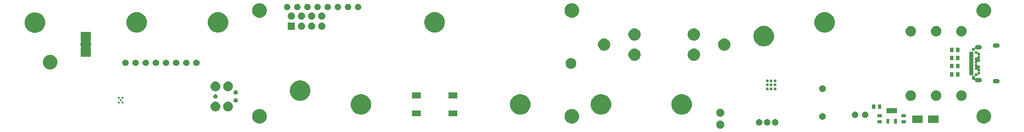
<source format=gbr>
G04 #@! TF.GenerationSoftware,KiCad,Pcbnew,(5.1.4-0-10_14)*
G04 #@! TF.CreationDate,2021-04-14T17:20:28-04:00*
G04 #@! TF.ProjectId,Vindor,56696e64-6f72-42e6-9b69-6361645f7063,rev?*
G04 #@! TF.SameCoordinates,Original*
G04 #@! TF.FileFunction,Soldermask,Bot*
G04 #@! TF.FilePolarity,Negative*
%FSLAX46Y46*%
G04 Gerber Fmt 4.6, Leading zero omitted, Abs format (unit mm)*
G04 Created by KiCad (PCBNEW (5.1.4-0-10_14)) date 2021-04-14 17:20:28*
%MOMM*%
%LPD*%
G04 APERTURE LIST*
%ADD10C,0.100000*%
G04 APERTURE END LIST*
D10*
G36*
X193631606Y2556891D02*
G01*
X193697036Y2543876D01*
X193881936Y2467288D01*
X194048342Y2356099D01*
X194189859Y2214582D01*
X194301048Y2048176D01*
X194363510Y1897380D01*
X194377636Y1863275D01*
X194416680Y1666989D01*
X194416680Y1466851D01*
X194392641Y1346000D01*
X194377636Y1270564D01*
X194301048Y1085664D01*
X194189859Y919258D01*
X194048342Y777741D01*
X193881936Y666552D01*
X193697036Y589964D01*
X193631606Y576949D01*
X193500749Y550920D01*
X193300611Y550920D01*
X193169754Y576949D01*
X193104324Y589964D01*
X192919424Y666552D01*
X192753018Y777741D01*
X192611501Y919258D01*
X192500312Y1085664D01*
X192423724Y1270564D01*
X192408719Y1346000D01*
X192384680Y1466851D01*
X192384680Y1666989D01*
X192423724Y1863275D01*
X192437851Y1897380D01*
X192500312Y2048176D01*
X192611501Y2214582D01*
X192753018Y2356099D01*
X192919424Y2467288D01*
X193104324Y2543876D01*
X193169754Y2556891D01*
X193300611Y2582920D01*
X193500749Y2582920D01*
X193631606Y2556891D01*
X193631606Y2556891D01*
G37*
G36*
X207392742Y2940758D02*
G01*
X207540701Y2879471D01*
X207673855Y2790501D01*
X207787101Y2677255D01*
X207876071Y2544101D01*
X207937358Y2396142D01*
X207968600Y2239075D01*
X207968600Y2078925D01*
X207937358Y1921858D01*
X207876071Y1773899D01*
X207787101Y1640745D01*
X207673855Y1527499D01*
X207540701Y1438529D01*
X207392742Y1377242D01*
X207235675Y1346000D01*
X207075525Y1346000D01*
X206918458Y1377242D01*
X206770499Y1438529D01*
X206637345Y1527499D01*
X206524099Y1640745D01*
X206435129Y1773899D01*
X206373842Y1921858D01*
X206342600Y2078925D01*
X206342600Y2239075D01*
X206373842Y2396142D01*
X206435129Y2544101D01*
X206524099Y2677255D01*
X206637345Y2790501D01*
X206770499Y2879471D01*
X206918458Y2940758D01*
X207075525Y2972000D01*
X207235675Y2972000D01*
X207392742Y2940758D01*
X207392742Y2940758D01*
G37*
G36*
X205392742Y2940758D02*
G01*
X205540701Y2879471D01*
X205673855Y2790501D01*
X205787101Y2677255D01*
X205876071Y2544101D01*
X205937358Y2396142D01*
X205968600Y2239075D01*
X205968600Y2078925D01*
X205937358Y1921858D01*
X205876071Y1773899D01*
X205787101Y1640745D01*
X205673855Y1527499D01*
X205540701Y1438529D01*
X205392742Y1377242D01*
X205235675Y1346000D01*
X205075525Y1346000D01*
X204918458Y1377242D01*
X204770499Y1438529D01*
X204637345Y1527499D01*
X204524099Y1640745D01*
X204435129Y1773899D01*
X204373842Y1921858D01*
X204342600Y2078925D01*
X204342600Y2239075D01*
X204373842Y2396142D01*
X204435129Y2544101D01*
X204524099Y2677255D01*
X204637345Y2790501D01*
X204770499Y2879471D01*
X204918458Y2940758D01*
X205075525Y2972000D01*
X205235675Y2972000D01*
X205392742Y2940758D01*
X205392742Y2940758D01*
G37*
G36*
X203392742Y2940758D02*
G01*
X203540701Y2879471D01*
X203673855Y2790501D01*
X203787101Y2677255D01*
X203876071Y2544101D01*
X203937358Y2396142D01*
X203968600Y2239075D01*
X203968600Y2078925D01*
X203937358Y1921858D01*
X203876071Y1773899D01*
X203787101Y1640745D01*
X203673855Y1527499D01*
X203540701Y1438529D01*
X203392742Y1377242D01*
X203235675Y1346000D01*
X203075525Y1346000D01*
X202918458Y1377242D01*
X202770499Y1438529D01*
X202637345Y1527499D01*
X202524099Y1640745D01*
X202435129Y1773899D01*
X202373842Y1921858D01*
X202342600Y2078925D01*
X202342600Y2239075D01*
X202373842Y2396142D01*
X202435129Y2544101D01*
X202524099Y2677255D01*
X202637345Y2790501D01*
X202770499Y2879471D01*
X202918458Y2940758D01*
X203075525Y2972000D01*
X203235675Y2972000D01*
X203392742Y2940758D01*
X203392742Y2940758D01*
G37*
G36*
X237692400Y1789960D02*
G01*
X236952400Y1789960D01*
X236952400Y2979960D01*
X237692400Y2979960D01*
X237692400Y1789960D01*
X237692400Y1789960D01*
G37*
G36*
X235792400Y1789960D02*
G01*
X235052400Y1789960D01*
X235052400Y2979960D01*
X235792400Y2979960D01*
X235792400Y1789960D01*
X235792400Y1789960D01*
G37*
G36*
X259767498Y5476615D02*
G01*
X260003831Y5429606D01*
X260280467Y5315019D01*
X260337757Y5291289D01*
X260337761Y5291287D01*
X260638290Y5090480D01*
X260893870Y4834900D01*
X261094677Y4534371D01*
X261232996Y4200441D01*
X261280005Y3964108D01*
X261303510Y3845943D01*
X261303510Y3484497D01*
X261280005Y3366332D01*
X261232996Y3129999D01*
X261094677Y2796069D01*
X260893870Y2495540D01*
X260638290Y2239960D01*
X260337761Y2039153D01*
X260003831Y1900834D01*
X259767498Y1853825D01*
X259649333Y1830320D01*
X259287887Y1830320D01*
X259169722Y1853825D01*
X258933389Y1900834D01*
X258599459Y2039153D01*
X258298930Y2239960D01*
X258043350Y2495540D01*
X257842543Y2796069D01*
X257704224Y3129999D01*
X257657215Y3366332D01*
X257633710Y3484497D01*
X257633710Y3845943D01*
X257657215Y3964108D01*
X257704224Y4200441D01*
X257842543Y4534371D01*
X258043350Y4834900D01*
X258298930Y5090480D01*
X258599459Y5291287D01*
X258599464Y5291289D01*
X258656753Y5315019D01*
X258933389Y5429606D01*
X259169722Y5476615D01*
X259287887Y5500120D01*
X259649333Y5500120D01*
X259767498Y5476615D01*
X259767498Y5476615D01*
G37*
G36*
X78182908Y5476615D02*
G01*
X78419241Y5429606D01*
X78695877Y5315019D01*
X78753167Y5291289D01*
X78753171Y5291287D01*
X79053700Y5090480D01*
X79309280Y4834900D01*
X79510087Y4534371D01*
X79648406Y4200441D01*
X79695415Y3964108D01*
X79718920Y3845943D01*
X79718920Y3484497D01*
X79695415Y3366332D01*
X79648406Y3129999D01*
X79510087Y2796069D01*
X79309280Y2495540D01*
X79053700Y2239960D01*
X78753171Y2039153D01*
X78419241Y1900834D01*
X78182908Y1853825D01*
X78064743Y1830320D01*
X77703297Y1830320D01*
X77585132Y1853825D01*
X77348799Y1900834D01*
X77014869Y2039153D01*
X76714340Y2239960D01*
X76458760Y2495540D01*
X76257953Y2796069D01*
X76119634Y3129999D01*
X76072625Y3366332D01*
X76049120Y3484497D01*
X76049120Y3845943D01*
X76072625Y3964108D01*
X76119634Y4200441D01*
X76257953Y4534371D01*
X76458760Y4834900D01*
X76714340Y5090480D01*
X77014869Y5291287D01*
X77014874Y5291289D01*
X77072163Y5315019D01*
X77348799Y5429606D01*
X77585132Y5476615D01*
X77703297Y5500120D01*
X78064743Y5500120D01*
X78182908Y5476615D01*
X78182908Y5476615D01*
G37*
G36*
X156491108Y5476617D02*
G01*
X156727441Y5429608D01*
X157061371Y5291289D01*
X157361900Y5090482D01*
X157617480Y4834902D01*
X157818287Y4534373D01*
X157956606Y4200443D01*
X157972727Y4119398D01*
X158027120Y3845945D01*
X158027120Y3484499D01*
X158013416Y3415607D01*
X157956606Y3130001D01*
X157818287Y2796071D01*
X157617480Y2495542D01*
X157361900Y2239962D01*
X157061371Y2039155D01*
X157061370Y2039154D01*
X157061369Y2039154D01*
X157061364Y2039152D01*
X156727441Y1900836D01*
X156538613Y1863276D01*
X156372943Y1830322D01*
X156011497Y1830322D01*
X155845827Y1863276D01*
X155656999Y1900836D01*
X155323076Y2039152D01*
X155323071Y2039154D01*
X155323070Y2039154D01*
X155323069Y2039155D01*
X155022540Y2239962D01*
X154766960Y2495542D01*
X154566153Y2796071D01*
X154427834Y3130001D01*
X154371024Y3415607D01*
X154357320Y3484499D01*
X154357320Y3845945D01*
X154411713Y4119398D01*
X154427834Y4200443D01*
X154566153Y4534373D01*
X154766960Y4834902D01*
X155022540Y5090482D01*
X155323069Y5291289D01*
X155656999Y5429608D01*
X155893332Y5476617D01*
X156011497Y5500122D01*
X156372943Y5500122D01*
X156491108Y5476617D01*
X156491108Y5476617D01*
G37*
G36*
X239946180Y1897380D02*
G01*
X238843820Y1897380D01*
X238843820Y2700020D01*
X239946180Y2700020D01*
X239946180Y1897380D01*
X239946180Y1897380D01*
G37*
G36*
X233926380Y1897380D02*
G01*
X232824020Y1897380D01*
X232824020Y2700020D01*
X233926380Y2700020D01*
X233926380Y1897380D01*
X233926380Y1897380D01*
G37*
G36*
X248130260Y2020370D02*
G01*
X245528900Y2020370D01*
X245528900Y3821630D01*
X248130260Y3821630D01*
X248130260Y2020370D01*
X248130260Y2020370D01*
G37*
G36*
X244132300Y2020370D02*
G01*
X241530940Y2020370D01*
X241530940Y3821630D01*
X244132300Y3821630D01*
X244132300Y2020370D01*
X244132300Y2020370D01*
G37*
G36*
X219272312Y4456296D02*
G01*
X219427184Y4392146D01*
X219566565Y4299014D01*
X219685099Y4180480D01*
X219778231Y4041099D01*
X219842381Y3886227D01*
X219875084Y3721815D01*
X219875084Y3554183D01*
X219842381Y3389771D01*
X219778231Y3234899D01*
X219685099Y3095518D01*
X219566565Y2976984D01*
X219427184Y2883852D01*
X219272312Y2819702D01*
X219107900Y2786999D01*
X218940268Y2786999D01*
X218775856Y2819702D01*
X218620984Y2883852D01*
X218481603Y2976984D01*
X218363069Y3095518D01*
X218269937Y3234899D01*
X218205787Y3389771D01*
X218173084Y3554183D01*
X218173084Y3721815D01*
X218205787Y3886227D01*
X218269937Y4041099D01*
X218363069Y4180480D01*
X218481603Y4299014D01*
X218620984Y4392146D01*
X218775856Y4456296D01*
X218940268Y4488999D01*
X219107900Y4488999D01*
X219272312Y4456296D01*
X219272312Y4456296D01*
G37*
G36*
X229859296Y4834902D02*
G01*
X229967350Y4813409D01*
X230113689Y4752793D01*
X230245390Y4664793D01*
X230357393Y4552790D01*
X230445393Y4421089D01*
X230506009Y4274750D01*
X230536910Y4119398D01*
X230536910Y3961002D01*
X230506009Y3805650D01*
X230445393Y3659311D01*
X230357393Y3527610D01*
X230245390Y3415607D01*
X230113689Y3327607D01*
X229967350Y3266991D01*
X229889674Y3251540D01*
X229811999Y3236090D01*
X229653601Y3236090D01*
X229575926Y3251540D01*
X229498250Y3266991D01*
X229351911Y3327607D01*
X229220210Y3415607D01*
X229108207Y3527610D01*
X229020207Y3659311D01*
X228959591Y3805650D01*
X228928690Y3961002D01*
X228928690Y4119398D01*
X228959591Y4274750D01*
X229020207Y4421089D01*
X229108207Y4552790D01*
X229220210Y4664793D01*
X229351911Y4752793D01*
X229498250Y4813409D01*
X229606304Y4834902D01*
X229653601Y4844310D01*
X229811999Y4844310D01*
X229859296Y4834902D01*
X229859296Y4834902D01*
G37*
G36*
X227319296Y4834902D02*
G01*
X227427350Y4813409D01*
X227573689Y4752793D01*
X227705390Y4664793D01*
X227817393Y4552790D01*
X227905393Y4421089D01*
X227966009Y4274750D01*
X227996910Y4119398D01*
X227996910Y3961002D01*
X227966009Y3805650D01*
X227905393Y3659311D01*
X227817393Y3527610D01*
X227705390Y3415607D01*
X227573689Y3327607D01*
X227427350Y3266991D01*
X227349674Y3251540D01*
X227271999Y3236090D01*
X227113601Y3236090D01*
X227035926Y3251540D01*
X226958250Y3266991D01*
X226811911Y3327607D01*
X226680210Y3415607D01*
X226568207Y3527610D01*
X226480207Y3659311D01*
X226419591Y3805650D01*
X226388690Y3961002D01*
X226388690Y4119398D01*
X226419591Y4274750D01*
X226480207Y4421089D01*
X226568207Y4552790D01*
X226680210Y4664793D01*
X226811911Y4752793D01*
X226958250Y4813409D01*
X227066304Y4834902D01*
X227113601Y4844310D01*
X227271999Y4844310D01*
X227319296Y4834902D01*
X227319296Y4834902D01*
G37*
G36*
X239946180Y3395980D02*
G01*
X238843820Y3395980D01*
X238843820Y4198620D01*
X239946180Y4198620D01*
X239946180Y3395980D01*
X239946180Y3395980D01*
G37*
G36*
X233926380Y3395980D02*
G01*
X232824020Y3395980D01*
X232824020Y4198620D01*
X233926380Y4198620D01*
X233926380Y3395980D01*
X233926380Y3395980D01*
G37*
G36*
X193631606Y5556891D02*
G01*
X193697036Y5543876D01*
X193881936Y5467288D01*
X194048342Y5356099D01*
X194189859Y5214582D01*
X194301048Y5048176D01*
X194377636Y4863276D01*
X194416680Y4666987D01*
X194416680Y4466853D01*
X194377636Y4270564D01*
X194301048Y4085664D01*
X194189859Y3919258D01*
X194048342Y3777741D01*
X193881936Y3666552D01*
X193697036Y3589964D01*
X193631606Y3576949D01*
X193500749Y3550920D01*
X193300611Y3550920D01*
X193169754Y3576949D01*
X193104324Y3589964D01*
X192919424Y3666552D01*
X192753018Y3777741D01*
X192611501Y3919258D01*
X192500312Y4085664D01*
X192423724Y4270564D01*
X192384680Y4466853D01*
X192384680Y4666987D01*
X192423724Y4863276D01*
X192500312Y5048176D01*
X192611501Y5214582D01*
X192753018Y5356099D01*
X192919424Y5467288D01*
X193104324Y5543876D01*
X193169754Y5556891D01*
X193300611Y5582920D01*
X193500749Y5582920D01*
X193631606Y5556891D01*
X193631606Y5556891D01*
G37*
G36*
X118344000Y3656340D02*
G01*
X116142000Y3656340D01*
X116142000Y5158340D01*
X118344000Y5158340D01*
X118344000Y3656340D01*
X118344000Y3656340D01*
G37*
G36*
X127444000Y3656340D02*
G01*
X125242000Y3656340D01*
X125242000Y5158340D01*
X127444000Y5158340D01*
X127444000Y3656340D01*
X127444000Y3656340D01*
G37*
G36*
X104079251Y9136558D02*
G01*
X104273609Y9056052D01*
X104548473Y8942200D01*
X104970760Y8660036D01*
X105329886Y8300910D01*
X105612050Y7878623D01*
X105703467Y7657922D01*
X105806408Y7409401D01*
X105905490Y6911282D01*
X105905490Y6403398D01*
X105806408Y5905279D01*
X105758220Y5788944D01*
X105612050Y5436057D01*
X105329886Y5013770D01*
X104970760Y4654644D01*
X104548473Y4372480D01*
X104302425Y4270564D01*
X104079251Y4178122D01*
X103581132Y4079040D01*
X103073248Y4079040D01*
X102575129Y4178122D01*
X102351955Y4270564D01*
X102105907Y4372480D01*
X101683620Y4654644D01*
X101324494Y5013770D01*
X101042330Y5436057D01*
X100896160Y5788944D01*
X100847972Y5905279D01*
X100748890Y6403398D01*
X100748890Y6911282D01*
X100847972Y7409401D01*
X100950913Y7657922D01*
X101042330Y7878623D01*
X101324494Y8300910D01*
X101683620Y8660036D01*
X102105907Y8942200D01*
X102380771Y9056052D01*
X102575129Y9136558D01*
X103073248Y9235640D01*
X103581132Y9235640D01*
X104079251Y9136558D01*
X104079251Y9136558D01*
G37*
G36*
X144008061Y9136558D02*
G01*
X144202419Y9056052D01*
X144477283Y8942200D01*
X144899570Y8660036D01*
X145258696Y8300910D01*
X145540860Y7878623D01*
X145632277Y7657922D01*
X145735218Y7409401D01*
X145834300Y6911282D01*
X145834300Y6403398D01*
X145735218Y5905279D01*
X145687030Y5788944D01*
X145540860Y5436057D01*
X145258696Y5013770D01*
X144899570Y4654644D01*
X144477283Y4372480D01*
X144231235Y4270564D01*
X144008061Y4178122D01*
X143509942Y4079040D01*
X143002058Y4079040D01*
X142503939Y4178122D01*
X142280765Y4270564D01*
X142034717Y4372480D01*
X141612430Y4654644D01*
X141253304Y5013770D01*
X140971140Y5436057D01*
X140824970Y5788944D01*
X140776782Y5905279D01*
X140677700Y6403398D01*
X140677700Y6911282D01*
X140776782Y7409401D01*
X140879723Y7657922D01*
X140971140Y7878623D01*
X141253304Y8300910D01*
X141612430Y8660036D01*
X142034717Y8942200D01*
X142309581Y9056052D01*
X142503939Y9136558D01*
X143002058Y9235640D01*
X143509942Y9235640D01*
X144008061Y9136558D01*
X144008061Y9136558D01*
G37*
G36*
X164239161Y9136558D02*
G01*
X164433519Y9056052D01*
X164708383Y8942200D01*
X165130670Y8660036D01*
X165489796Y8300910D01*
X165771960Y7878623D01*
X165863377Y7657922D01*
X165966318Y7409401D01*
X166065400Y6911282D01*
X166065400Y6403398D01*
X165966318Y5905279D01*
X165918130Y5788944D01*
X165771960Y5436057D01*
X165489796Y5013770D01*
X165130670Y4654644D01*
X164708383Y4372480D01*
X164462335Y4270564D01*
X164239161Y4178122D01*
X163741042Y4079040D01*
X163233158Y4079040D01*
X162735039Y4178122D01*
X162511865Y4270564D01*
X162265817Y4372480D01*
X161843530Y4654644D01*
X161484404Y5013770D01*
X161202240Y5436057D01*
X161056070Y5788944D01*
X161007882Y5905279D01*
X160908800Y6403398D01*
X160908800Y6911282D01*
X161007882Y7409401D01*
X161110823Y7657922D01*
X161202240Y7878623D01*
X161484404Y8300910D01*
X161843530Y8660036D01*
X162265817Y8942200D01*
X162540681Y9056052D01*
X162735039Y9136558D01*
X163233158Y9235640D01*
X163741042Y9235640D01*
X164239161Y9136558D01*
X164239161Y9136558D01*
G37*
G36*
X184470251Y9136558D02*
G01*
X184664609Y9056052D01*
X184939473Y8942200D01*
X185361760Y8660036D01*
X185720886Y8300910D01*
X186003050Y7878623D01*
X186094467Y7657922D01*
X186197408Y7409401D01*
X186296490Y6911282D01*
X186296490Y6403398D01*
X186197408Y5905279D01*
X186149220Y5788944D01*
X186003050Y5436057D01*
X185720886Y5013770D01*
X185361760Y4654644D01*
X184939473Y4372480D01*
X184693425Y4270564D01*
X184470251Y4178122D01*
X183972132Y4079040D01*
X183464248Y4079040D01*
X182966129Y4178122D01*
X182742955Y4270564D01*
X182496907Y4372480D01*
X182074620Y4654644D01*
X181715494Y5013770D01*
X181433330Y5436057D01*
X181287160Y5788944D01*
X181238972Y5905279D01*
X181139890Y6403398D01*
X181139890Y6911282D01*
X181238972Y7409401D01*
X181341913Y7657922D01*
X181433330Y7878623D01*
X181715494Y8300910D01*
X182074620Y8660036D01*
X182496907Y8942200D01*
X182771771Y9056052D01*
X182966129Y9136558D01*
X183464248Y9235640D01*
X183972132Y9235640D01*
X184470251Y9136558D01*
X184470251Y9136558D01*
G37*
G36*
X237692400Y4489960D02*
G01*
X235052400Y4489960D01*
X235052400Y5679960D01*
X237692400Y5679960D01*
X237692400Y4489960D01*
X237692400Y4489960D01*
G37*
G36*
X70173831Y7381927D02*
G01*
X70379057Y7341106D01*
X70604450Y7247745D01*
X70807298Y7112206D01*
X70979806Y6939698D01*
X71115345Y6736850D01*
X71208706Y6511457D01*
X71256300Y6272182D01*
X71256300Y6028218D01*
X71208706Y5788943D01*
X71115345Y5563550D01*
X70979806Y5360702D01*
X70807298Y5188194D01*
X70604450Y5052655D01*
X70379057Y4959294D01*
X70173831Y4918473D01*
X70139783Y4911700D01*
X69895817Y4911700D01*
X69861769Y4918473D01*
X69656543Y4959294D01*
X69431150Y5052655D01*
X69228302Y5188194D01*
X69055794Y5360702D01*
X68920255Y5563550D01*
X68826894Y5788943D01*
X68779300Y6028218D01*
X68779300Y6272182D01*
X68826894Y6511457D01*
X68920255Y6736850D01*
X69055794Y6939698D01*
X69228302Y7112206D01*
X69431150Y7247745D01*
X69656543Y7341106D01*
X69861769Y7381927D01*
X69895817Y7388700D01*
X70139783Y7388700D01*
X70173831Y7381927D01*
X70173831Y7381927D01*
G37*
G36*
X66998831Y7381927D02*
G01*
X67204057Y7341106D01*
X67429450Y7247745D01*
X67632298Y7112206D01*
X67804806Y6939698D01*
X67940345Y6736850D01*
X68033706Y6511457D01*
X68081300Y6272182D01*
X68081300Y6028218D01*
X68033706Y5788943D01*
X67940345Y5563550D01*
X67804806Y5360702D01*
X67632298Y5188194D01*
X67429450Y5052655D01*
X67204057Y4959294D01*
X66998831Y4918473D01*
X66964783Y4911700D01*
X66720817Y4911700D01*
X66686769Y4918473D01*
X66481543Y4959294D01*
X66256150Y5052655D01*
X66053302Y5188194D01*
X65880794Y5360702D01*
X65745255Y5563550D01*
X65651894Y5788943D01*
X65604300Y6028218D01*
X65604300Y6272182D01*
X65651894Y6511457D01*
X65745255Y6736850D01*
X65880794Y6939698D01*
X66053302Y7112206D01*
X66256150Y7247745D01*
X66481543Y7341106D01*
X66686769Y7381927D01*
X66720817Y7388700D01*
X66964783Y7388700D01*
X66998831Y7381927D01*
X66998831Y7381927D01*
G37*
G36*
X233763820Y5544820D02*
G01*
X232961180Y5544820D01*
X232961180Y6647180D01*
X233763820Y6647180D01*
X233763820Y5544820D01*
X233763820Y5544820D01*
G37*
G36*
X232265220Y5544820D02*
G01*
X231462580Y5544820D01*
X231462580Y6647180D01*
X232265220Y6647180D01*
X232265220Y5544820D01*
X232265220Y5544820D01*
G37*
G36*
X42714314Y7365494D02*
G01*
X42714317Y7365493D01*
X42714316Y7365493D01*
X42759991Y7346575D01*
X42770701Y7339418D01*
X42792312Y7327867D01*
X42795052Y7327036D01*
X42803659Y7316548D01*
X42836064Y7284143D01*
X42836066Y7284140D01*
X42836068Y7284138D01*
X42863533Y7243034D01*
X42863533Y7243033D01*
X42882454Y7197354D01*
X42892100Y7148861D01*
X42892100Y7099419D01*
X42882454Y7050926D01*
X42882453Y7050924D01*
X42863533Y7005246D01*
X42836068Y6964142D01*
X42836066Y6964140D01*
X42836064Y6964137D01*
X42801103Y6929176D01*
X42801100Y6929174D01*
X42801098Y6929172D01*
X42759994Y6901707D01*
X42727694Y6888328D01*
X42714314Y6882786D01*
X42665821Y6873140D01*
X42616379Y6873140D01*
X42567886Y6882786D01*
X42554506Y6888328D01*
X42522206Y6901707D01*
X42481102Y6929172D01*
X42481100Y6929174D01*
X42481097Y6929176D01*
X42446136Y6964137D01*
X42446134Y6964140D01*
X42446132Y6964142D01*
X42418667Y7005246D01*
X42399747Y7050924D01*
X42399746Y7050926D01*
X42390100Y7099419D01*
X42390100Y7148861D01*
X42399746Y7197354D01*
X42418667Y7243033D01*
X42418667Y7243034D01*
X42446132Y7284138D01*
X42446134Y7284140D01*
X42446136Y7284143D01*
X42481097Y7319104D01*
X42481100Y7319106D01*
X42481102Y7319108D01*
X42522206Y7346573D01*
X42567884Y7365493D01*
X42567883Y7365493D01*
X42567886Y7365494D01*
X42616379Y7375140D01*
X42665821Y7375140D01*
X42714314Y7365494D01*
X42714314Y7365494D01*
G37*
G36*
X43614314Y7365494D02*
G01*
X43614317Y7365493D01*
X43614316Y7365493D01*
X43659994Y7346573D01*
X43701098Y7319108D01*
X43701100Y7319106D01*
X43701103Y7319104D01*
X43736064Y7284143D01*
X43736066Y7284140D01*
X43736068Y7284138D01*
X43763533Y7243034D01*
X43763533Y7243033D01*
X43782454Y7197354D01*
X43792100Y7148861D01*
X43792100Y7099419D01*
X43782454Y7050926D01*
X43782453Y7050924D01*
X43763533Y7005246D01*
X43736068Y6964142D01*
X43736066Y6964140D01*
X43736064Y6964137D01*
X43701103Y6929176D01*
X43701100Y6929174D01*
X43701098Y6929172D01*
X43659994Y6901707D01*
X43627694Y6888328D01*
X43614314Y6882786D01*
X43565821Y6873140D01*
X43516379Y6873140D01*
X43467886Y6882786D01*
X43454506Y6888328D01*
X43422206Y6901707D01*
X43381102Y6929172D01*
X43381100Y6929174D01*
X43381097Y6929176D01*
X43346136Y6964137D01*
X43346134Y6964140D01*
X43346132Y6964142D01*
X43318667Y7005246D01*
X43299747Y7050924D01*
X43299746Y7050926D01*
X43290100Y7099419D01*
X43290100Y7148861D01*
X43299746Y7197354D01*
X43318667Y7243033D01*
X43318667Y7243034D01*
X43346132Y7284138D01*
X43346134Y7284140D01*
X43346136Y7284143D01*
X43378541Y7316548D01*
X43387147Y7327035D01*
X43389887Y7327866D01*
X43411499Y7339418D01*
X43422209Y7346575D01*
X43467884Y7365493D01*
X43467883Y7365493D01*
X43467886Y7365494D01*
X43516379Y7375140D01*
X43565821Y7375140D01*
X43614314Y7365494D01*
X43614314Y7365494D01*
G37*
G36*
X72082208Y8199699D02*
G01*
X72168049Y8164142D01*
X72181665Y8158502D01*
X72217670Y8134444D01*
X72271172Y8098695D01*
X72347295Y8022572D01*
X72407103Y7933063D01*
X72448299Y7833608D01*
X72469300Y7728027D01*
X72469300Y7620373D01*
X72448299Y7514792D01*
X72407103Y7415337D01*
X72407102Y7415335D01*
X72403137Y7409401D01*
X72347295Y7325828D01*
X72271172Y7249705D01*
X72226723Y7220005D01*
X72181665Y7189898D01*
X72181664Y7189897D01*
X72181663Y7189897D01*
X72082208Y7148701D01*
X71976627Y7127700D01*
X71868973Y7127700D01*
X71763392Y7148701D01*
X71663937Y7189897D01*
X71663936Y7189897D01*
X71663935Y7189898D01*
X71618877Y7220005D01*
X71574428Y7249705D01*
X71498305Y7325828D01*
X71442463Y7409401D01*
X71438498Y7415335D01*
X71438497Y7415337D01*
X71397301Y7514792D01*
X71376300Y7620373D01*
X71376300Y7728027D01*
X71397301Y7833608D01*
X71438497Y7933063D01*
X71498305Y8022572D01*
X71574428Y8098695D01*
X71627930Y8134444D01*
X71663935Y8158502D01*
X71677551Y8164142D01*
X71763392Y8199699D01*
X71868973Y8220700D01*
X71976627Y8220700D01*
X72082208Y8199699D01*
X72082208Y8199699D01*
G37*
G36*
X43164314Y7965494D02*
G01*
X43164317Y7965493D01*
X43164316Y7965493D01*
X43209991Y7946575D01*
X43220701Y7939418D01*
X43242312Y7927867D01*
X43245052Y7927036D01*
X43253659Y7916548D01*
X43286064Y7884143D01*
X43286066Y7884140D01*
X43286068Y7884138D01*
X43313533Y7843034D01*
X43313533Y7843033D01*
X43332454Y7797354D01*
X43342100Y7748861D01*
X43342100Y7699419D01*
X43332454Y7650926D01*
X43332453Y7650924D01*
X43313533Y7605246D01*
X43286068Y7564142D01*
X43286066Y7564140D01*
X43286064Y7564137D01*
X43253659Y7531732D01*
X43245053Y7521245D01*
X43242313Y7520414D01*
X43220701Y7508862D01*
X43209991Y7501705D01*
X43170150Y7485204D01*
X43164314Y7482786D01*
X43115821Y7473140D01*
X43066379Y7473140D01*
X43017886Y7482786D01*
X43012050Y7485204D01*
X42972209Y7501705D01*
X42961499Y7508862D01*
X42939888Y7520413D01*
X42937148Y7521244D01*
X42928541Y7531732D01*
X42896136Y7564137D01*
X42896134Y7564140D01*
X42896132Y7564142D01*
X42868667Y7605246D01*
X42849747Y7650924D01*
X42849746Y7650926D01*
X42840100Y7699419D01*
X42840100Y7748861D01*
X42849746Y7797354D01*
X42868667Y7843033D01*
X42868667Y7843034D01*
X42896132Y7884138D01*
X42896134Y7884140D01*
X42896136Y7884143D01*
X42928541Y7916548D01*
X42937147Y7927035D01*
X42939887Y7927866D01*
X42961499Y7939418D01*
X42972209Y7946575D01*
X43017884Y7965493D01*
X43017883Y7965493D01*
X43017886Y7965494D01*
X43066379Y7975140D01*
X43115821Y7975140D01*
X43164314Y7965494D01*
X43164314Y7965494D01*
G37*
G36*
X88813861Y12616358D02*
G01*
X88939426Y12564347D01*
X89283083Y12422000D01*
X89705370Y12139836D01*
X90064496Y11780710D01*
X90346660Y11358423D01*
X90450298Y11108218D01*
X90541018Y10889201D01*
X90640100Y10391082D01*
X90640100Y9883198D01*
X90541018Y9385079D01*
X90470858Y9215699D01*
X90346660Y8915857D01*
X90064496Y8493570D01*
X89705370Y8134444D01*
X89283083Y7852280D01*
X89008219Y7738428D01*
X88813861Y7657922D01*
X88315742Y7558840D01*
X87807858Y7558840D01*
X87309739Y7657922D01*
X87115381Y7738428D01*
X86840517Y7852280D01*
X86418230Y8134444D01*
X86059104Y8493570D01*
X85776940Y8915857D01*
X85652742Y9215699D01*
X85582582Y9385079D01*
X85483500Y9883198D01*
X85483500Y10391082D01*
X85582582Y10889201D01*
X85673302Y11108218D01*
X85776940Y11358423D01*
X86059104Y11780710D01*
X86418230Y12139836D01*
X86840517Y12422000D01*
X87184174Y12564347D01*
X87309739Y12616358D01*
X87807858Y12715440D01*
X88315742Y12715440D01*
X88813861Y12616358D01*
X88813861Y12616358D01*
G37*
G36*
X247757715Y10180317D02*
G01*
X247885322Y10154935D01*
X248026148Y10096603D01*
X248125727Y10055356D01*
X248126900Y10054572D01*
X248342089Y9910788D01*
X248526088Y9726789D01*
X248571824Y9658340D01*
X248670656Y9510427D01*
X248696789Y9447335D01*
X248770235Y9270022D01*
X248788002Y9180702D01*
X248821000Y9014809D01*
X248821000Y8754591D01*
X248818898Y8744026D01*
X248770235Y8499378D01*
X248727976Y8397356D01*
X248670656Y8258973D01*
X248670655Y8258972D01*
X248526088Y8042611D01*
X248342089Y7858612D01*
X248250412Y7797356D01*
X248125727Y7714044D01*
X248026148Y7672797D01*
X247885322Y7614465D01*
X247757715Y7589083D01*
X247630109Y7563700D01*
X247369891Y7563700D01*
X247242285Y7589083D01*
X247114678Y7614465D01*
X246973852Y7672797D01*
X246874273Y7714044D01*
X246749588Y7797356D01*
X246657911Y7858612D01*
X246473912Y8042611D01*
X246329345Y8258972D01*
X246329344Y8258973D01*
X246272024Y8397356D01*
X246229765Y8499378D01*
X246181102Y8744026D01*
X246179000Y8754591D01*
X246179000Y9014809D01*
X246211998Y9180702D01*
X246229765Y9270022D01*
X246303211Y9447335D01*
X246329344Y9510427D01*
X246428176Y9658340D01*
X246473912Y9726789D01*
X246657911Y9910788D01*
X246873100Y10054572D01*
X246874273Y10055356D01*
X246973852Y10096603D01*
X247114678Y10154935D01*
X247242286Y10180318D01*
X247369891Y10205700D01*
X247630109Y10205700D01*
X247757715Y10180317D01*
X247757715Y10180317D01*
G37*
G36*
X254107715Y10180317D02*
G01*
X254235322Y10154935D01*
X254376148Y10096603D01*
X254475727Y10055356D01*
X254476900Y10054572D01*
X254692089Y9910788D01*
X254876088Y9726789D01*
X254921824Y9658340D01*
X255020656Y9510427D01*
X255046789Y9447335D01*
X255120235Y9270022D01*
X255138002Y9180702D01*
X255171000Y9014809D01*
X255171000Y8754591D01*
X255168898Y8744026D01*
X255120235Y8499378D01*
X255077976Y8397356D01*
X255020656Y8258973D01*
X255020655Y8258972D01*
X254876088Y8042611D01*
X254692089Y7858612D01*
X254600412Y7797356D01*
X254475727Y7714044D01*
X254376148Y7672797D01*
X254235322Y7614465D01*
X254107715Y7589083D01*
X253980109Y7563700D01*
X253719891Y7563700D01*
X253592285Y7589083D01*
X253464678Y7614465D01*
X253323852Y7672797D01*
X253224273Y7714044D01*
X253099588Y7797356D01*
X253007911Y7858612D01*
X252823912Y8042611D01*
X252679345Y8258972D01*
X252679344Y8258973D01*
X252622024Y8397356D01*
X252579765Y8499378D01*
X252531102Y8744026D01*
X252529000Y8754591D01*
X252529000Y9014809D01*
X252561998Y9180702D01*
X252579765Y9270022D01*
X252653211Y9447335D01*
X252679344Y9510427D01*
X252778176Y9658340D01*
X252823912Y9726789D01*
X253007911Y9910788D01*
X253223100Y10054572D01*
X253224273Y10055356D01*
X253323852Y10096603D01*
X253464678Y10154935D01*
X253592286Y10180318D01*
X253719891Y10205700D01*
X253980109Y10205700D01*
X254107715Y10180317D01*
X254107715Y10180317D01*
G37*
G36*
X241407715Y10180317D02*
G01*
X241535322Y10154935D01*
X241676148Y10096603D01*
X241775727Y10055356D01*
X241776900Y10054572D01*
X241992089Y9910788D01*
X242176088Y9726789D01*
X242221824Y9658340D01*
X242320656Y9510427D01*
X242346789Y9447335D01*
X242420235Y9270022D01*
X242438002Y9180702D01*
X242471000Y9014809D01*
X242471000Y8754591D01*
X242468898Y8744026D01*
X242420235Y8499378D01*
X242377976Y8397356D01*
X242320656Y8258973D01*
X242320655Y8258972D01*
X242176088Y8042611D01*
X241992089Y7858612D01*
X241900412Y7797356D01*
X241775727Y7714044D01*
X241676148Y7672797D01*
X241535322Y7614465D01*
X241407715Y7589083D01*
X241280109Y7563700D01*
X241019891Y7563700D01*
X240892285Y7589083D01*
X240764678Y7614465D01*
X240623852Y7672797D01*
X240524273Y7714044D01*
X240399588Y7797356D01*
X240307911Y7858612D01*
X240123912Y8042611D01*
X239979345Y8258972D01*
X239979344Y8258973D01*
X239922024Y8397356D01*
X239879765Y8499378D01*
X239831102Y8744026D01*
X239829000Y8754591D01*
X239829000Y9014809D01*
X239861998Y9180702D01*
X239879765Y9270022D01*
X239953211Y9447335D01*
X239979344Y9510427D01*
X240078176Y9658340D01*
X240123912Y9726789D01*
X240307911Y9910788D01*
X240523100Y10054572D01*
X240524273Y10055356D01*
X240623852Y10096603D01*
X240764678Y10154935D01*
X240892286Y10180318D01*
X241019891Y10205700D01*
X241280109Y10205700D01*
X241407715Y10180317D01*
X241407715Y10180317D01*
G37*
G36*
X42714314Y8565494D02*
G01*
X42714317Y8565493D01*
X42714316Y8565493D01*
X42759994Y8546573D01*
X42801098Y8519108D01*
X42801100Y8519106D01*
X42801103Y8519104D01*
X42836064Y8484143D01*
X42836066Y8484140D01*
X42836068Y8484138D01*
X42863533Y8443034D01*
X42863533Y8443033D01*
X42882454Y8397354D01*
X42892100Y8348861D01*
X42892100Y8299419D01*
X42882454Y8250926D01*
X42882453Y8250924D01*
X42863533Y8205246D01*
X42836068Y8164142D01*
X42836066Y8164140D01*
X42836064Y8164137D01*
X42803659Y8131732D01*
X42795053Y8121245D01*
X42792313Y8120414D01*
X42770701Y8108862D01*
X42759991Y8101705D01*
X42720150Y8085204D01*
X42714314Y8082786D01*
X42665821Y8073140D01*
X42616379Y8073140D01*
X42567886Y8082786D01*
X42554506Y8088328D01*
X42522206Y8101707D01*
X42481102Y8129172D01*
X42481100Y8129174D01*
X42481097Y8129176D01*
X42446136Y8164137D01*
X42446134Y8164140D01*
X42446132Y8164142D01*
X42418667Y8205246D01*
X42399747Y8250924D01*
X42399746Y8250926D01*
X42390100Y8299419D01*
X42390100Y8348861D01*
X42399746Y8397354D01*
X42418667Y8443033D01*
X42418667Y8443034D01*
X42446132Y8484138D01*
X42446134Y8484140D01*
X42446136Y8484143D01*
X42481097Y8519104D01*
X42481100Y8519106D01*
X42481102Y8519108D01*
X42522206Y8546573D01*
X42567884Y8565493D01*
X42567883Y8565493D01*
X42567886Y8565494D01*
X42616379Y8575140D01*
X42665821Y8575140D01*
X42714314Y8565494D01*
X42714314Y8565494D01*
G37*
G36*
X43614314Y8565494D02*
G01*
X43614317Y8565493D01*
X43614316Y8565493D01*
X43659994Y8546573D01*
X43701098Y8519108D01*
X43701100Y8519106D01*
X43701103Y8519104D01*
X43736064Y8484143D01*
X43736066Y8484140D01*
X43736068Y8484138D01*
X43763533Y8443034D01*
X43763533Y8443033D01*
X43782454Y8397354D01*
X43792100Y8348861D01*
X43792100Y8299419D01*
X43782454Y8250926D01*
X43782453Y8250924D01*
X43763533Y8205246D01*
X43736068Y8164142D01*
X43736066Y8164140D01*
X43736064Y8164137D01*
X43701103Y8129176D01*
X43701100Y8129174D01*
X43701098Y8129172D01*
X43659994Y8101707D01*
X43627694Y8088328D01*
X43614314Y8082786D01*
X43565821Y8073140D01*
X43516379Y8073140D01*
X43467886Y8082786D01*
X43462050Y8085204D01*
X43422209Y8101705D01*
X43411499Y8108862D01*
X43389888Y8120413D01*
X43387148Y8121244D01*
X43378541Y8131732D01*
X43346136Y8164137D01*
X43346134Y8164140D01*
X43346132Y8164142D01*
X43318667Y8205246D01*
X43299747Y8250924D01*
X43299746Y8250926D01*
X43290100Y8299419D01*
X43290100Y8348861D01*
X43299746Y8397354D01*
X43318667Y8443033D01*
X43318667Y8443034D01*
X43346132Y8484138D01*
X43346134Y8484140D01*
X43346136Y8484143D01*
X43381097Y8519104D01*
X43381100Y8519106D01*
X43381102Y8519108D01*
X43422206Y8546573D01*
X43467884Y8565493D01*
X43467883Y8565493D01*
X43467886Y8565494D01*
X43516379Y8575140D01*
X43565821Y8575140D01*
X43614314Y8565494D01*
X43614314Y8565494D01*
G37*
G36*
X67002208Y9215699D02*
G01*
X67101663Y9174503D01*
X67101665Y9174502D01*
X67146723Y9144395D01*
X67191172Y9114695D01*
X67267295Y9038572D01*
X67327103Y8949063D01*
X67368299Y8849608D01*
X67389300Y8744027D01*
X67389300Y8636373D01*
X67368299Y8530792D01*
X67327103Y8431337D01*
X67267295Y8341828D01*
X67191172Y8265705D01*
X67146723Y8236005D01*
X67101665Y8205898D01*
X67101664Y8205897D01*
X67101663Y8205897D01*
X67002208Y8164701D01*
X66896627Y8143700D01*
X66788973Y8143700D01*
X66683392Y8164701D01*
X66583937Y8205897D01*
X66583936Y8205897D01*
X66583935Y8205898D01*
X66538877Y8236005D01*
X66494428Y8265705D01*
X66418305Y8341828D01*
X66358497Y8431337D01*
X66317301Y8530792D01*
X66296300Y8636373D01*
X66296300Y8744027D01*
X66317301Y8849608D01*
X66358497Y8949063D01*
X66418305Y9038572D01*
X66494428Y9114695D01*
X66538877Y9144395D01*
X66583935Y9174502D01*
X66583937Y9174503D01*
X66683392Y9215699D01*
X66788973Y9236700D01*
X66896627Y9236700D01*
X67002208Y9215699D01*
X67002208Y9215699D01*
G37*
G36*
X118344000Y8156340D02*
G01*
X116142000Y8156340D01*
X116142000Y9658340D01*
X118344000Y9658340D01*
X118344000Y8156340D01*
X118344000Y8156340D01*
G37*
G36*
X127444000Y8156340D02*
G01*
X125242000Y8156340D01*
X125242000Y9658340D01*
X127444000Y9658340D01*
X127444000Y8156340D01*
X127444000Y8156340D01*
G37*
G36*
X72082208Y10231699D02*
G01*
X72181663Y10190503D01*
X72181665Y10190502D01*
X72226723Y10160395D01*
X72271172Y10130695D01*
X72347295Y10054572D01*
X72407103Y9965063D01*
X72448299Y9865608D01*
X72469300Y9760027D01*
X72469300Y9652373D01*
X72448299Y9546792D01*
X72407103Y9447337D01*
X72365504Y9385079D01*
X72347294Y9357827D01*
X72271173Y9281706D01*
X72181665Y9221898D01*
X72181664Y9221897D01*
X72181663Y9221897D01*
X72082208Y9180701D01*
X71976627Y9159700D01*
X71868973Y9159700D01*
X71763392Y9180701D01*
X71663937Y9221897D01*
X71663936Y9221897D01*
X71663935Y9221898D01*
X71574427Y9281706D01*
X71498306Y9357827D01*
X71480097Y9385079D01*
X71438497Y9447337D01*
X71397301Y9546792D01*
X71376300Y9652373D01*
X71376300Y9760027D01*
X71397301Y9865608D01*
X71438497Y9965063D01*
X71498305Y10054572D01*
X71574428Y10130695D01*
X71618877Y10160395D01*
X71663935Y10190502D01*
X71663937Y10190503D01*
X71763392Y10231699D01*
X71868973Y10252700D01*
X71976627Y10252700D01*
X72082208Y10231699D01*
X72082208Y10231699D01*
G37*
G36*
X219272312Y11456296D02*
G01*
X219427184Y11392146D01*
X219566565Y11299014D01*
X219685099Y11180480D01*
X219778231Y11041099D01*
X219842381Y10886227D01*
X219875084Y10721815D01*
X219875084Y10554183D01*
X219842381Y10389771D01*
X219778231Y10234899D01*
X219685099Y10095518D01*
X219566565Y9976984D01*
X219427184Y9883852D01*
X219272312Y9819702D01*
X219107900Y9786999D01*
X218940268Y9786999D01*
X218775856Y9819702D01*
X218620984Y9883852D01*
X218481603Y9976984D01*
X218363069Y10095518D01*
X218269937Y10234899D01*
X218205787Y10389771D01*
X218173084Y10554183D01*
X218173084Y10721815D01*
X218205787Y10886227D01*
X218269937Y11041099D01*
X218363069Y11180480D01*
X218481603Y11299014D01*
X218620984Y11392146D01*
X218775856Y11456296D01*
X218940268Y11488999D01*
X219107900Y11488999D01*
X219272312Y11456296D01*
X219272312Y11456296D01*
G37*
G36*
X66998831Y12461927D02*
G01*
X67204057Y12421106D01*
X67429450Y12327745D01*
X67632298Y12192206D01*
X67804806Y12019698D01*
X67940345Y11816850D01*
X68033706Y11591457D01*
X68081300Y11352182D01*
X68081300Y11108218D01*
X68033706Y10868943D01*
X67940345Y10643550D01*
X67804806Y10440702D01*
X67632298Y10268194D01*
X67429450Y10132655D01*
X67204057Y10039294D01*
X66998831Y9998473D01*
X66964783Y9991700D01*
X66720817Y9991700D01*
X66686769Y9998473D01*
X66481543Y10039294D01*
X66256150Y10132655D01*
X66053302Y10268194D01*
X65880794Y10440702D01*
X65745255Y10643550D01*
X65651894Y10868943D01*
X65604300Y11108218D01*
X65604300Y11352182D01*
X65651894Y11591457D01*
X65745255Y11816850D01*
X65880794Y12019698D01*
X66053302Y12192206D01*
X66256150Y12327745D01*
X66481543Y12421106D01*
X66686769Y12461927D01*
X66720817Y12468700D01*
X66964783Y12468700D01*
X66998831Y12461927D01*
X66998831Y12461927D01*
G37*
G36*
X70173831Y12461927D02*
G01*
X70379057Y12421106D01*
X70604450Y12327745D01*
X70807298Y12192206D01*
X70979806Y12019698D01*
X71115345Y11816850D01*
X71208706Y11591457D01*
X71256300Y11352182D01*
X71256300Y11108218D01*
X71208706Y10868943D01*
X71115345Y10643550D01*
X70979806Y10440702D01*
X70807298Y10268194D01*
X70604450Y10132655D01*
X70379057Y10039294D01*
X70173831Y9998473D01*
X70139783Y9991700D01*
X69895817Y9991700D01*
X69861769Y9998473D01*
X69656543Y10039294D01*
X69431150Y10132655D01*
X69228302Y10268194D01*
X69055794Y10440702D01*
X68920255Y10643550D01*
X68826894Y10868943D01*
X68779300Y11108218D01*
X68779300Y11352182D01*
X68826894Y11591457D01*
X68920255Y11816850D01*
X69055794Y12019698D01*
X69228302Y12192206D01*
X69431150Y12327745D01*
X69656543Y12421106D01*
X69861769Y12461927D01*
X69895817Y12468700D01*
X70139783Y12468700D01*
X70173831Y12461927D01*
X70173831Y12461927D01*
G37*
G36*
X207228783Y10914511D02*
G01*
X207228786Y10914510D01*
X207228785Y10914510D01*
X207292658Y10888054D01*
X207350148Y10849640D01*
X207399040Y10800748D01*
X207437454Y10743258D01*
X207446336Y10721814D01*
X207463911Y10679383D01*
X207477400Y10611570D01*
X207477400Y10542430D01*
X207463911Y10474617D01*
X207463910Y10474615D01*
X207437454Y10410742D01*
X207399040Y10353252D01*
X207350148Y10304360D01*
X207292658Y10265946D01*
X207240582Y10244376D01*
X207228783Y10239489D01*
X207160970Y10226000D01*
X207091830Y10226000D01*
X207024017Y10239489D01*
X207012218Y10244376D01*
X206960142Y10265946D01*
X206902652Y10304360D01*
X206853760Y10353252D01*
X206815346Y10410742D01*
X206788890Y10474615D01*
X206788889Y10474617D01*
X206775400Y10542430D01*
X206775400Y10611570D01*
X206788889Y10679383D01*
X206806464Y10721814D01*
X206815346Y10743258D01*
X206853760Y10800748D01*
X206902652Y10849640D01*
X206960142Y10888054D01*
X207024015Y10914510D01*
X207024014Y10914510D01*
X207024017Y10914511D01*
X207091830Y10928000D01*
X207160970Y10928000D01*
X207228783Y10914511D01*
X207228783Y10914511D01*
G37*
G36*
X206228783Y10914511D02*
G01*
X206228786Y10914510D01*
X206228785Y10914510D01*
X206292658Y10888054D01*
X206350148Y10849640D01*
X206399040Y10800748D01*
X206437454Y10743258D01*
X206446336Y10721814D01*
X206463911Y10679383D01*
X206477400Y10611570D01*
X206477400Y10542430D01*
X206463911Y10474617D01*
X206463910Y10474615D01*
X206437454Y10410742D01*
X206399040Y10353252D01*
X206350148Y10304360D01*
X206292658Y10265946D01*
X206240582Y10244376D01*
X206228783Y10239489D01*
X206160970Y10226000D01*
X206091830Y10226000D01*
X206024017Y10239489D01*
X206012218Y10244376D01*
X205960142Y10265946D01*
X205902652Y10304360D01*
X205853760Y10353252D01*
X205815346Y10410742D01*
X205788890Y10474615D01*
X205788889Y10474617D01*
X205775400Y10542430D01*
X205773997Y10549483D01*
X205766884Y10572932D01*
X205764709Y10577001D01*
X205766884Y10581070D01*
X205773997Y10604517D01*
X205775400Y10611570D01*
X205788889Y10679383D01*
X205806464Y10721814D01*
X205815346Y10743258D01*
X205853760Y10800748D01*
X205902652Y10849640D01*
X205960142Y10888054D01*
X206024015Y10914510D01*
X206024014Y10914510D01*
X206024017Y10914511D01*
X206091830Y10928000D01*
X206160970Y10928000D01*
X206228783Y10914511D01*
X206228783Y10914511D01*
G37*
G36*
X205278783Y10914511D02*
G01*
X205278786Y10914510D01*
X205278785Y10914510D01*
X205342658Y10888054D01*
X205400148Y10849640D01*
X205449040Y10800748D01*
X205487454Y10743258D01*
X205496336Y10721814D01*
X205513911Y10679383D01*
X205527400Y10611570D01*
X205528803Y10604517D01*
X205535916Y10581068D01*
X205538091Y10576999D01*
X205535916Y10572930D01*
X205528803Y10549483D01*
X205527400Y10542430D01*
X205513911Y10474617D01*
X205513910Y10474615D01*
X205487454Y10410742D01*
X205449040Y10353252D01*
X205400148Y10304360D01*
X205342658Y10265946D01*
X205290582Y10244376D01*
X205278783Y10239489D01*
X205210970Y10226000D01*
X205141830Y10226000D01*
X205074017Y10239489D01*
X205062218Y10244376D01*
X205010142Y10265946D01*
X204952652Y10304360D01*
X204903760Y10353252D01*
X204865346Y10410742D01*
X204838890Y10474615D01*
X204838889Y10474617D01*
X204825400Y10542430D01*
X204825400Y10611570D01*
X204838889Y10679383D01*
X204856464Y10721814D01*
X204865346Y10743258D01*
X204903760Y10800748D01*
X204952652Y10849640D01*
X205010142Y10888054D01*
X205074015Y10914510D01*
X205074014Y10914510D01*
X205074017Y10914511D01*
X205141830Y10928000D01*
X205210970Y10928000D01*
X205278783Y10914511D01*
X205278783Y10914511D01*
G37*
G36*
X205288783Y11964511D02*
G01*
X205288786Y11964510D01*
X205288785Y11964510D01*
X205352658Y11938054D01*
X205410148Y11899640D01*
X205459040Y11850748D01*
X205497454Y11793258D01*
X205502651Y11780710D01*
X205523911Y11729383D01*
X205533803Y11679653D01*
X205540916Y11656204D01*
X205552468Y11634594D01*
X205558700Y11627000D01*
X205552467Y11619405D01*
X205540916Y11597794D01*
X205533803Y11574347D01*
X205523911Y11524617D01*
X205523910Y11524615D01*
X205497454Y11460742D01*
X205459040Y11403252D01*
X205410148Y11354360D01*
X205352658Y11315946D01*
X205311779Y11299014D01*
X205288783Y11289489D01*
X205220970Y11276000D01*
X205151830Y11276000D01*
X205084017Y11289489D01*
X205061021Y11299014D01*
X205020142Y11315946D01*
X204962652Y11354360D01*
X204913760Y11403252D01*
X204875346Y11460742D01*
X204848890Y11524615D01*
X204848889Y11524617D01*
X204835400Y11592430D01*
X204835400Y11661570D01*
X204848889Y11729383D01*
X204870149Y11780710D01*
X204875346Y11793258D01*
X204913760Y11850748D01*
X204962652Y11899640D01*
X205020142Y11938054D01*
X205084015Y11964510D01*
X205084014Y11964510D01*
X205084017Y11964511D01*
X205151830Y11978000D01*
X205220970Y11978000D01*
X205288783Y11964511D01*
X205288783Y11964511D01*
G37*
G36*
X207228783Y11964511D02*
G01*
X207228786Y11964510D01*
X207228785Y11964510D01*
X207292658Y11938054D01*
X207350148Y11899640D01*
X207399040Y11850748D01*
X207437454Y11793258D01*
X207442651Y11780710D01*
X207463911Y11729383D01*
X207477400Y11661570D01*
X207477400Y11592430D01*
X207463911Y11524617D01*
X207463910Y11524615D01*
X207437454Y11460742D01*
X207399040Y11403252D01*
X207350148Y11354360D01*
X207292658Y11315946D01*
X207251779Y11299014D01*
X207228783Y11289489D01*
X207160970Y11276000D01*
X207091830Y11276000D01*
X207024017Y11289489D01*
X207001021Y11299014D01*
X206960142Y11315946D01*
X206902652Y11354360D01*
X206853760Y11403252D01*
X206815346Y11460742D01*
X206788890Y11524615D01*
X206788889Y11524617D01*
X206775400Y11592430D01*
X206775400Y11661570D01*
X206788889Y11729383D01*
X206810149Y11780710D01*
X206815346Y11793258D01*
X206853760Y11850748D01*
X206902652Y11899640D01*
X206960142Y11938054D01*
X207024015Y11964510D01*
X207024014Y11964510D01*
X207024017Y11964511D01*
X207091830Y11978000D01*
X207160970Y11978000D01*
X207228783Y11964511D01*
X207228783Y11964511D01*
G37*
G36*
X206228783Y11964511D02*
G01*
X206228786Y11964510D01*
X206228785Y11964510D01*
X206292658Y11938054D01*
X206350148Y11899640D01*
X206399040Y11850748D01*
X206437454Y11793258D01*
X206442651Y11780710D01*
X206463911Y11729383D01*
X206477400Y11661570D01*
X206477400Y11592430D01*
X206463911Y11524617D01*
X206463910Y11524615D01*
X206437454Y11460742D01*
X206399040Y11403252D01*
X206350148Y11354360D01*
X206292658Y11315946D01*
X206251779Y11299014D01*
X206228783Y11289489D01*
X206160970Y11276000D01*
X206091830Y11276000D01*
X206024017Y11289489D01*
X206001021Y11299014D01*
X205960142Y11315946D01*
X205902652Y11354360D01*
X205853760Y11403252D01*
X205815346Y11460742D01*
X205788890Y11524615D01*
X205788889Y11524617D01*
X205778997Y11574347D01*
X205771884Y11597796D01*
X205760332Y11619406D01*
X205754100Y11627000D01*
X205760333Y11634595D01*
X205771884Y11656206D01*
X205778997Y11679653D01*
X205788889Y11729383D01*
X205810149Y11780710D01*
X205815346Y11793258D01*
X205853760Y11850748D01*
X205902652Y11899640D01*
X205960142Y11938054D01*
X206024015Y11964510D01*
X206024014Y11964510D01*
X206024017Y11964511D01*
X206091830Y11978000D01*
X206160970Y11978000D01*
X206228783Y11964511D01*
X206228783Y11964511D01*
G37*
G36*
X262973135Y13053027D02*
G01*
X263076999Y13021521D01*
X263104175Y13006995D01*
X263172720Y12970357D01*
X263256621Y12901501D01*
X263325477Y12817600D01*
X263343831Y12783261D01*
X263376641Y12721879D01*
X263408147Y12618015D01*
X263418786Y12510000D01*
X263408147Y12401985D01*
X263376641Y12298121D01*
X263376639Y12298118D01*
X263325477Y12202400D01*
X263256621Y12118499D01*
X263172720Y12049643D01*
X263104175Y12013005D01*
X263076999Y11998479D01*
X262973135Y11966973D01*
X262892187Y11959000D01*
X262238053Y11959000D01*
X262157105Y11966973D01*
X262053241Y11998479D01*
X262026065Y12013005D01*
X261957520Y12049643D01*
X261873619Y12118499D01*
X261804763Y12202400D01*
X261753601Y12298118D01*
X261753599Y12298121D01*
X261722093Y12401985D01*
X261711454Y12510000D01*
X261722093Y12618015D01*
X261753599Y12721879D01*
X261786409Y12783261D01*
X261804763Y12817600D01*
X261873619Y12901501D01*
X261957520Y12970357D01*
X262026065Y13006995D01*
X262053241Y13021521D01*
X262157105Y13053027D01*
X262238053Y13061000D01*
X262892187Y13061000D01*
X262973135Y13053027D01*
X262973135Y13053027D01*
G37*
G36*
X206228783Y12954511D02*
G01*
X206228786Y12954510D01*
X206228785Y12954510D01*
X206292658Y12928054D01*
X206350148Y12889640D01*
X206399040Y12840748D01*
X206437454Y12783258D01*
X206459024Y12731182D01*
X206463911Y12719383D01*
X206477400Y12651570D01*
X206477400Y12582430D01*
X206463911Y12514617D01*
X206459024Y12502818D01*
X206437454Y12450742D01*
X206399040Y12393252D01*
X206350148Y12344360D01*
X206292658Y12305946D01*
X206240582Y12284376D01*
X206228783Y12279489D01*
X206160970Y12266000D01*
X206091830Y12266000D01*
X206024017Y12279489D01*
X206012218Y12284376D01*
X205960142Y12305946D01*
X205902652Y12344360D01*
X205853760Y12393252D01*
X205815346Y12450742D01*
X205793776Y12502818D01*
X205788889Y12514617D01*
X205778997Y12564347D01*
X205771884Y12587796D01*
X205760332Y12609406D01*
X205754100Y12617000D01*
X205760333Y12624595D01*
X205771884Y12646206D01*
X205778997Y12669653D01*
X205788889Y12719383D01*
X205793776Y12731182D01*
X205815346Y12783258D01*
X205853760Y12840748D01*
X205902652Y12889640D01*
X205960142Y12928054D01*
X206024015Y12954510D01*
X206024014Y12954510D01*
X206024017Y12954511D01*
X206091830Y12968000D01*
X206160970Y12968000D01*
X206228783Y12954511D01*
X206228783Y12954511D01*
G37*
G36*
X207228783Y12954511D02*
G01*
X207228786Y12954510D01*
X207228785Y12954510D01*
X207292658Y12928054D01*
X207350148Y12889640D01*
X207399040Y12840748D01*
X207437454Y12783258D01*
X207459024Y12731182D01*
X207463911Y12719383D01*
X207477400Y12651570D01*
X207477400Y12582430D01*
X207463911Y12514617D01*
X207459024Y12502818D01*
X207437454Y12450742D01*
X207399040Y12393252D01*
X207350148Y12344360D01*
X207292658Y12305946D01*
X207240582Y12284376D01*
X207228783Y12279489D01*
X207160970Y12266000D01*
X207091830Y12266000D01*
X207024017Y12279489D01*
X207012218Y12284376D01*
X206960142Y12305946D01*
X206902652Y12344360D01*
X206853760Y12393252D01*
X206815346Y12450742D01*
X206793776Y12502818D01*
X206788889Y12514617D01*
X206775400Y12582430D01*
X206775400Y12651570D01*
X206788889Y12719383D01*
X206793776Y12731182D01*
X206815346Y12783258D01*
X206853760Y12840748D01*
X206902652Y12889640D01*
X206960142Y12928054D01*
X207024015Y12954510D01*
X207024014Y12954510D01*
X207024017Y12954511D01*
X207091830Y12968000D01*
X207160970Y12968000D01*
X207228783Y12954511D01*
X207228783Y12954511D01*
G37*
G36*
X205288783Y12954511D02*
G01*
X205288786Y12954510D01*
X205288785Y12954510D01*
X205352658Y12928054D01*
X205410148Y12889640D01*
X205459040Y12840748D01*
X205497454Y12783258D01*
X205519024Y12731182D01*
X205523911Y12719383D01*
X205533803Y12669653D01*
X205540916Y12646204D01*
X205552468Y12624594D01*
X205558700Y12617000D01*
X205552467Y12609405D01*
X205540916Y12587794D01*
X205533803Y12564347D01*
X205523911Y12514617D01*
X205519024Y12502818D01*
X205497454Y12450742D01*
X205459040Y12393252D01*
X205410148Y12344360D01*
X205352658Y12305946D01*
X205300582Y12284376D01*
X205288783Y12279489D01*
X205220970Y12266000D01*
X205151830Y12266000D01*
X205084017Y12279489D01*
X205072218Y12284376D01*
X205020142Y12305946D01*
X204962652Y12344360D01*
X204913760Y12393252D01*
X204875346Y12450742D01*
X204853776Y12502818D01*
X204848889Y12514617D01*
X204835400Y12582430D01*
X204835400Y12651570D01*
X204848889Y12719383D01*
X204853776Y12731182D01*
X204875346Y12783258D01*
X204913760Y12840748D01*
X204962652Y12889640D01*
X205020142Y12928054D01*
X205084015Y12954510D01*
X205084014Y12954510D01*
X205084017Y12954511D01*
X205151830Y12968000D01*
X205220970Y12968000D01*
X205288783Y12954511D01*
X205288783Y12954511D01*
G37*
G36*
X257617503Y20087511D02*
G01*
X257617506Y20087510D01*
X257617505Y20087510D01*
X257681378Y20061054D01*
X257738868Y20022640D01*
X257787760Y19973748D01*
X257826174Y19916258D01*
X257843056Y19875500D01*
X257852631Y19852383D01*
X257866120Y19784570D01*
X257866120Y19772433D01*
X257868522Y19748047D01*
X257875635Y19724598D01*
X257887186Y19702987D01*
X257902731Y19684045D01*
X257921673Y19668500D01*
X257943284Y19656949D01*
X257966733Y19649836D01*
X257991119Y19647434D01*
X258015505Y19649836D01*
X258038954Y19656949D01*
X258066841Y19668500D01*
X258112737Y19687511D01*
X258180550Y19701000D01*
X258249690Y19701000D01*
X258317503Y19687511D01*
X258317506Y19687510D01*
X258317505Y19687510D01*
X258381378Y19661054D01*
X258438868Y19622640D01*
X258487760Y19573748D01*
X258526174Y19516258D01*
X258542285Y19477361D01*
X258552631Y19452383D01*
X258566120Y19384570D01*
X258566120Y19315430D01*
X258552631Y19247617D01*
X258552630Y19247615D01*
X258526174Y19183742D01*
X258487760Y19126252D01*
X258438868Y19077360D01*
X258403807Y19053933D01*
X258384865Y19038387D01*
X258369320Y19019445D01*
X258357769Y18997835D01*
X258350656Y18974386D01*
X258348254Y18950000D01*
X258350656Y18925614D01*
X258357769Y18902165D01*
X258369320Y18880554D01*
X258384866Y18861612D01*
X258403807Y18846067D01*
X258438868Y18822640D01*
X258487760Y18773748D01*
X258526174Y18716258D01*
X258547744Y18664182D01*
X258552631Y18652383D01*
X258566120Y18584570D01*
X258566120Y18515430D01*
X258552631Y18447617D01*
X258552630Y18447615D01*
X258526174Y18383742D01*
X258487760Y18326252D01*
X258438868Y18277360D01*
X258403807Y18253933D01*
X258384865Y18238387D01*
X258369320Y18219445D01*
X258357769Y18197835D01*
X258350656Y18174386D01*
X258348254Y18150000D01*
X258350656Y18125614D01*
X258357769Y18102165D01*
X258369320Y18080554D01*
X258384866Y18061612D01*
X258403807Y18046067D01*
X258438868Y18022640D01*
X258487760Y17973748D01*
X258526174Y17916258D01*
X258542285Y17877361D01*
X258552631Y17852383D01*
X258566120Y17784570D01*
X258566120Y17715430D01*
X258552631Y17647617D01*
X258552630Y17647615D01*
X258526174Y17583742D01*
X258487760Y17526252D01*
X258438868Y17477360D01*
X258381378Y17438946D01*
X258329302Y17417376D01*
X258317503Y17412489D01*
X258249690Y17399000D01*
X258180550Y17399000D01*
X258112737Y17412489D01*
X258104372Y17415954D01*
X258048859Y17438948D01*
X258048858Y17438949D01*
X258038954Y17443051D01*
X258015505Y17450164D01*
X257991119Y17452566D01*
X257966733Y17450164D01*
X257943284Y17443051D01*
X257921673Y17431500D01*
X257902731Y17415954D01*
X257887186Y17397013D01*
X257875635Y17375402D01*
X257868522Y17351953D01*
X257866120Y17327567D01*
X257866120Y17315430D01*
X257852631Y17247617D01*
X257852630Y17247615D01*
X257826174Y17183742D01*
X257787760Y17126252D01*
X257738868Y17077360D01*
X257703807Y17053933D01*
X257684865Y17038387D01*
X257669320Y17019445D01*
X257657769Y16997835D01*
X257650656Y16974386D01*
X257648254Y16950000D01*
X257650656Y16925614D01*
X257657769Y16902165D01*
X257669320Y16880554D01*
X257684866Y16861612D01*
X257703807Y16846067D01*
X257738868Y16822640D01*
X257787760Y16773748D01*
X257826174Y16716258D01*
X257847744Y16664182D01*
X257852631Y16652383D01*
X257866120Y16584570D01*
X257866120Y16572433D01*
X257868522Y16548047D01*
X257875635Y16524598D01*
X257887186Y16502987D01*
X257902731Y16484045D01*
X257921673Y16468500D01*
X257943284Y16456949D01*
X257966733Y16449836D01*
X257991119Y16447434D01*
X258015505Y16449836D01*
X258038954Y16456949D01*
X258066841Y16468500D01*
X258112737Y16487511D01*
X258180550Y16501000D01*
X258249690Y16501000D01*
X258317503Y16487511D01*
X258317506Y16487510D01*
X258317505Y16487510D01*
X258381378Y16461054D01*
X258438868Y16422640D01*
X258487760Y16373748D01*
X258526174Y16316258D01*
X258542285Y16277361D01*
X258552631Y16252383D01*
X258566120Y16184570D01*
X258566120Y16115430D01*
X258552631Y16047617D01*
X258552630Y16047615D01*
X258526174Y15983742D01*
X258487760Y15926252D01*
X258438868Y15877360D01*
X258403807Y15853933D01*
X258384865Y15838387D01*
X258369320Y15819445D01*
X258357769Y15797835D01*
X258350656Y15774386D01*
X258348254Y15750000D01*
X258350656Y15725614D01*
X258357769Y15702165D01*
X258369320Y15680554D01*
X258384866Y15661612D01*
X258403807Y15646067D01*
X258438868Y15622640D01*
X258487760Y15573748D01*
X258526174Y15516258D01*
X258541974Y15478111D01*
X258552631Y15452383D01*
X258566120Y15384570D01*
X258566120Y15315430D01*
X258552631Y15247617D01*
X258552630Y15247615D01*
X258526174Y15183742D01*
X258487760Y15126252D01*
X258438868Y15077360D01*
X258403807Y15053933D01*
X258384865Y15038387D01*
X258369320Y15019445D01*
X258357769Y14997835D01*
X258350656Y14974386D01*
X258348254Y14950000D01*
X258350656Y14925614D01*
X258357769Y14902165D01*
X258369320Y14880554D01*
X258384866Y14861612D01*
X258403807Y14846067D01*
X258438868Y14822640D01*
X258487760Y14773748D01*
X258526174Y14716258D01*
X258547744Y14664182D01*
X258552631Y14652383D01*
X258566120Y14584570D01*
X258566120Y14515430D01*
X258552631Y14447617D01*
X258552630Y14447615D01*
X258526174Y14383742D01*
X258487760Y14326252D01*
X258438868Y14277360D01*
X258381378Y14238946D01*
X258329302Y14217376D01*
X258317503Y14212489D01*
X258249690Y14199000D01*
X258180550Y14199000D01*
X258112737Y14212489D01*
X258104372Y14215954D01*
X258048859Y14238948D01*
X258048858Y14238949D01*
X258038954Y14243051D01*
X258015505Y14250164D01*
X257991119Y14252566D01*
X257966733Y14250164D01*
X257943284Y14243051D01*
X257921673Y14231500D01*
X257902731Y14215954D01*
X257887186Y14197013D01*
X257875635Y14175402D01*
X257868522Y14151953D01*
X257866120Y14127567D01*
X257866120Y14115430D01*
X257852631Y14047617D01*
X257847744Y14035818D01*
X257826174Y13983742D01*
X257787760Y13926252D01*
X257738868Y13877360D01*
X257681378Y13838946D01*
X257653444Y13827376D01*
X257617503Y13812489D01*
X257549690Y13799000D01*
X257480550Y13799000D01*
X257412737Y13812489D01*
X257365205Y13832177D01*
X257341757Y13839289D01*
X257317370Y13841691D01*
X257292984Y13839289D01*
X257269536Y13832175D01*
X257247925Y13820624D01*
X257228983Y13805079D01*
X257213438Y13786136D01*
X257201887Y13764526D01*
X257194775Y13741077D01*
X257192373Y13716690D01*
X257194775Y13692304D01*
X257207133Y13657767D01*
X257214179Y13644585D01*
X257235680Y13573706D01*
X257241120Y13518471D01*
X257241120Y13326016D01*
X257243522Y13301630D01*
X257250635Y13278181D01*
X257262186Y13256570D01*
X257277731Y13237628D01*
X257296673Y13222083D01*
X257318284Y13210532D01*
X257341733Y13203419D01*
X257366119Y13201017D01*
X257390505Y13203419D01*
X257413954Y13210532D01*
X257445417Y13229390D01*
X257507521Y13280357D01*
X257559213Y13307987D01*
X257603241Y13331521D01*
X257707105Y13363027D01*
X257788053Y13371000D01*
X258442187Y13371000D01*
X258523135Y13363027D01*
X258626999Y13331521D01*
X258654175Y13316995D01*
X258722720Y13280357D01*
X258806621Y13211501D01*
X258875477Y13127600D01*
X258911075Y13061000D01*
X258926641Y13031879D01*
X258958147Y12928015D01*
X258968786Y12820000D01*
X258958147Y12711985D01*
X258926641Y12608121D01*
X258926639Y12608118D01*
X258875477Y12512400D01*
X258806621Y12428499D01*
X258722720Y12359643D01*
X258654175Y12323005D01*
X258626999Y12308479D01*
X258523135Y12276973D01*
X258442187Y12269000D01*
X257788053Y12269000D01*
X257707105Y12276973D01*
X257603241Y12308479D01*
X257576065Y12323005D01*
X257507520Y12359643D01*
X257423619Y12428499D01*
X257354763Y12512400D01*
X257303601Y12608118D01*
X257303599Y12608121D01*
X257272093Y12711985D01*
X257264304Y12791061D01*
X257259526Y12815086D01*
X257250148Y12837725D01*
X257236535Y12858099D01*
X257219208Y12875426D01*
X257198833Y12889040D01*
X257176195Y12898417D01*
X257152161Y12903198D01*
X257127657Y12903198D01*
X257103624Y12898418D01*
X257080986Y12889041D01*
X257009703Y12850940D01*
X256938829Y12829440D01*
X256865120Y12822181D01*
X256791410Y12829440D01*
X256720535Y12850940D01*
X256655216Y12885854D01*
X256597961Y12932841D01*
X256550975Y12990094D01*
X256516060Y13055417D01*
X256494560Y13126291D01*
X256489120Y13181529D01*
X256489120Y13518472D01*
X256494560Y13573708D01*
X256505311Y13609147D01*
X256516061Y13644585D01*
X256550976Y13709905D01*
X256556544Y13716690D01*
X256597962Y13767159D01*
X256655843Y13814660D01*
X256674873Y13827376D01*
X256692200Y13844703D01*
X256705814Y13865077D01*
X256715191Y13887716D01*
X256719971Y13911750D01*
X256719971Y13936254D01*
X256715190Y13960287D01*
X256705813Y13982926D01*
X256692199Y14003300D01*
X256674872Y14020627D01*
X256654498Y14034241D01*
X256631859Y14043618D01*
X256595574Y14049000D01*
X255804120Y14049000D01*
X255804120Y19951000D01*
X256700286Y19951000D01*
X256724672Y19953402D01*
X256748121Y19960515D01*
X256769732Y19972066D01*
X256788674Y19987611D01*
X256804219Y20006553D01*
X256806120Y20010110D01*
X256806120Y13996923D01*
X256808522Y13972537D01*
X256815635Y13949088D01*
X256827186Y13927477D01*
X256842731Y13908535D01*
X256861673Y13892990D01*
X256883284Y13881439D01*
X256918866Y13872526D01*
X256938830Y13870560D01*
X257009702Y13849061D01*
X257022887Y13842013D01*
X257045525Y13832636D01*
X257069559Y13827855D01*
X257094063Y13827855D01*
X257118096Y13832635D01*
X257140735Y13842012D01*
X257161109Y13855626D01*
X257178437Y13872952D01*
X257192051Y13893327D01*
X257201428Y13915965D01*
X257206209Y13939999D01*
X257206209Y13964503D01*
X257197297Y14000086D01*
X257188789Y14020627D01*
X257177609Y14047617D01*
X257164120Y14115430D01*
X257164120Y14184570D01*
X257177609Y14252383D01*
X257187955Y14277361D01*
X257204066Y14316258D01*
X257242480Y14373748D01*
X257291372Y14422640D01*
X257348862Y14461054D01*
X257412735Y14487510D01*
X257412734Y14487510D01*
X257412737Y14487511D01*
X257480550Y14501000D01*
X257549690Y14501000D01*
X257617503Y14487511D01*
X257663400Y14468500D01*
X257691286Y14456949D01*
X257714735Y14449836D01*
X257739121Y14447434D01*
X257763507Y14449836D01*
X257786956Y14456949D01*
X257808567Y14468500D01*
X257827509Y14484046D01*
X257843054Y14502987D01*
X257854605Y14524598D01*
X257861718Y14548047D01*
X257864120Y14572433D01*
X257864120Y14584570D01*
X257877609Y14652383D01*
X257882496Y14664182D01*
X257904066Y14716258D01*
X257942480Y14773748D01*
X257991372Y14822640D01*
X258026433Y14846067D01*
X258045375Y14861613D01*
X258060920Y14880555D01*
X258072471Y14902165D01*
X258079584Y14925614D01*
X258081986Y14950000D01*
X258079584Y14974386D01*
X258072471Y14997835D01*
X258060920Y15019446D01*
X258045374Y15038388D01*
X258026433Y15053933D01*
X257991372Y15077360D01*
X257942480Y15126252D01*
X257904066Y15183742D01*
X257877610Y15247615D01*
X257877609Y15247617D01*
X257864120Y15315430D01*
X257864120Y15327567D01*
X257861718Y15351953D01*
X257854605Y15375402D01*
X257843054Y15397013D01*
X257827509Y15415955D01*
X257808567Y15431500D01*
X257786956Y15443051D01*
X257763507Y15450164D01*
X257739121Y15452566D01*
X257714735Y15450164D01*
X257691286Y15443051D01*
X257681382Y15438949D01*
X257681381Y15438948D01*
X257625871Y15415955D01*
X257617503Y15412489D01*
X257549690Y15399000D01*
X257480550Y15399000D01*
X257412737Y15412489D01*
X257400938Y15417376D01*
X257348862Y15438946D01*
X257291372Y15477360D01*
X257242480Y15526252D01*
X257204066Y15583742D01*
X257177610Y15647615D01*
X257177609Y15647617D01*
X257164120Y15715430D01*
X257164120Y15784570D01*
X257177609Y15852383D01*
X257187955Y15877361D01*
X257204066Y15916258D01*
X257242480Y15973748D01*
X257291372Y16022640D01*
X257326433Y16046067D01*
X257345375Y16061613D01*
X257360920Y16080555D01*
X257372471Y16102165D01*
X257379584Y16125614D01*
X257381986Y16150000D01*
X257379584Y16174386D01*
X257372471Y16197835D01*
X257360920Y16219446D01*
X257345374Y16238388D01*
X257326433Y16253933D01*
X257291372Y16277360D01*
X257242480Y16326252D01*
X257204066Y16383742D01*
X257177610Y16447615D01*
X257177609Y16447617D01*
X257164120Y16515430D01*
X257164120Y16584570D01*
X257177609Y16652383D01*
X257182496Y16664182D01*
X257204066Y16716258D01*
X257242480Y16773748D01*
X257291372Y16822640D01*
X257326433Y16846067D01*
X257345375Y16861613D01*
X257360920Y16880555D01*
X257372471Y16902165D01*
X257379584Y16925614D01*
X257381986Y16950000D01*
X257379584Y16974386D01*
X257372471Y16997835D01*
X257360920Y17019446D01*
X257345374Y17038388D01*
X257326433Y17053933D01*
X257291372Y17077360D01*
X257242480Y17126252D01*
X257204066Y17183742D01*
X257177610Y17247615D01*
X257177609Y17247617D01*
X257164120Y17315430D01*
X257164120Y17384570D01*
X257177609Y17452383D01*
X257187955Y17477361D01*
X257204066Y17516258D01*
X257242480Y17573748D01*
X257291372Y17622640D01*
X257326433Y17646067D01*
X257345375Y17661613D01*
X257360920Y17680555D01*
X257372471Y17702165D01*
X257379584Y17725614D01*
X257381986Y17750000D01*
X257379584Y17774386D01*
X257372471Y17797835D01*
X257360920Y17819446D01*
X257345374Y17838388D01*
X257326433Y17853933D01*
X257291372Y17877360D01*
X257242480Y17926252D01*
X257204066Y17983742D01*
X257177610Y18047615D01*
X257177609Y18047617D01*
X257164120Y18115430D01*
X257164120Y18184570D01*
X257177609Y18252383D01*
X257196952Y18299082D01*
X257204066Y18316258D01*
X257242480Y18373748D01*
X257291372Y18422640D01*
X257348862Y18461054D01*
X257412735Y18487510D01*
X257412734Y18487510D01*
X257412737Y18487511D01*
X257480550Y18501000D01*
X257549690Y18501000D01*
X257617503Y18487511D01*
X257674245Y18464008D01*
X257691286Y18456949D01*
X257714735Y18449836D01*
X257739121Y18447434D01*
X257763507Y18449836D01*
X257786956Y18456949D01*
X257808567Y18468500D01*
X257827509Y18484046D01*
X257843054Y18502987D01*
X257854605Y18524598D01*
X257861718Y18548047D01*
X257864120Y18572433D01*
X257864120Y18584570D01*
X257877609Y18652383D01*
X257882496Y18664182D01*
X257904066Y18716258D01*
X257942480Y18773748D01*
X257991372Y18822640D01*
X258026433Y18846067D01*
X258045375Y18861613D01*
X258060920Y18880555D01*
X258072471Y18902165D01*
X258079584Y18925614D01*
X258081986Y18950000D01*
X258079584Y18974386D01*
X258072471Y18997835D01*
X258060920Y19019446D01*
X258045374Y19038388D01*
X258026433Y19053933D01*
X257991372Y19077360D01*
X257942480Y19126252D01*
X257904066Y19183742D01*
X257877610Y19247615D01*
X257877609Y19247617D01*
X257864120Y19315430D01*
X257864120Y19327567D01*
X257861718Y19351953D01*
X257854605Y19375402D01*
X257843054Y19397013D01*
X257827509Y19415955D01*
X257808567Y19431500D01*
X257786956Y19443051D01*
X257763507Y19450164D01*
X257739121Y19452566D01*
X257714735Y19450164D01*
X257691286Y19443051D01*
X257681382Y19438949D01*
X257681381Y19438948D01*
X257617503Y19412489D01*
X257549690Y19399000D01*
X257480550Y19399000D01*
X257412737Y19412489D01*
X257400938Y19417376D01*
X257348862Y19438946D01*
X257291372Y19477360D01*
X257242480Y19526252D01*
X257204066Y19583742D01*
X257177610Y19647615D01*
X257177609Y19647617D01*
X257164120Y19715430D01*
X257164120Y19784570D01*
X257177609Y19852383D01*
X257187184Y19875500D01*
X257204066Y19916258D01*
X257242480Y19973748D01*
X257291372Y20022640D01*
X257348862Y20061054D01*
X257412735Y20087510D01*
X257412734Y20087510D01*
X257412737Y20087511D01*
X257480550Y20101000D01*
X257549690Y20101000D01*
X257617503Y20087511D01*
X257617503Y20087511D01*
G37*
G36*
X253342140Y13703300D02*
G01*
X252539500Y13703300D01*
X252539500Y14805660D01*
X253342140Y14805660D01*
X253342140Y13703300D01*
X253342140Y13703300D01*
G37*
G36*
X251843540Y13703300D02*
G01*
X251040900Y13703300D01*
X251040900Y14805660D01*
X251843540Y14805660D01*
X251843540Y13703300D01*
X251843540Y13703300D01*
G37*
G36*
X25686695Y19126252D02*
G01*
X25932306Y19077397D01*
X26266236Y18939078D01*
X26566765Y18738271D01*
X26822345Y18482691D01*
X27023152Y18182162D01*
X27161471Y17848232D01*
X27231985Y17493733D01*
X27231985Y17132289D01*
X27161471Y16777790D01*
X27066308Y16548047D01*
X27024633Y16447434D01*
X27023152Y16443860D01*
X26822345Y16143331D01*
X26566765Y15887751D01*
X26266236Y15686944D01*
X26266235Y15686943D01*
X26266234Y15686943D01*
X26208942Y15663212D01*
X25932306Y15548625D01*
X25695973Y15501616D01*
X25577808Y15478111D01*
X25216362Y15478111D01*
X25098197Y15501616D01*
X24861864Y15548625D01*
X24585228Y15663212D01*
X24527936Y15686943D01*
X24527935Y15686943D01*
X24527934Y15686944D01*
X24227405Y15887751D01*
X23971825Y16143331D01*
X23771018Y16443860D01*
X23769538Y16447434D01*
X23727862Y16548047D01*
X23632699Y16777790D01*
X23562185Y17132289D01*
X23562185Y17493733D01*
X23632699Y17848232D01*
X23771018Y18182162D01*
X23971825Y18482691D01*
X24227405Y18738271D01*
X24527934Y18939078D01*
X24861864Y19077397D01*
X25107475Y19126252D01*
X25216362Y19147911D01*
X25577808Y19147911D01*
X25686695Y19126252D01*
X25686695Y19126252D01*
G37*
G36*
X156357682Y18299082D02*
G01*
X156599303Y18199000D01*
X156603549Y18197241D01*
X156710746Y18125614D01*
X156824821Y18049391D01*
X157013001Y17861211D01*
X157064211Y17784570D01*
X157155721Y17647617D01*
X157160852Y17639937D01*
X157262692Y17394072D01*
X157314610Y17133063D01*
X157314610Y16866937D01*
X157262692Y16605928D01*
X157193076Y16437858D01*
X157160851Y16360061D01*
X157089938Y16253933D01*
X157013001Y16138789D01*
X156824821Y15950609D01*
X156773411Y15916258D01*
X156603549Y15802759D01*
X156603548Y15802758D01*
X156603547Y15802758D01*
X156357682Y15700918D01*
X156096673Y15649000D01*
X155830547Y15649000D01*
X155569538Y15700918D01*
X155323673Y15802758D01*
X155323672Y15802758D01*
X155323671Y15802759D01*
X155153809Y15916258D01*
X155102399Y15950609D01*
X154914219Y16138789D01*
X154837282Y16253933D01*
X154766369Y16360061D01*
X154734145Y16437858D01*
X154664528Y16605928D01*
X154612610Y16866937D01*
X154612610Y17133063D01*
X154664528Y17394072D01*
X154766368Y17639937D01*
X154771500Y17647617D01*
X154863009Y17784570D01*
X154914219Y17861211D01*
X155102399Y18049391D01*
X155216474Y18125614D01*
X155323671Y18197241D01*
X155327918Y18199000D01*
X155569538Y18299082D01*
X155830547Y18351000D01*
X156096673Y18351000D01*
X156357682Y18299082D01*
X156357682Y18299082D01*
G37*
G36*
X253342140Y15760700D02*
G01*
X252539500Y15760700D01*
X252539500Y16863060D01*
X253342140Y16863060D01*
X253342140Y15760700D01*
X253342140Y15760700D01*
G37*
G36*
X251843540Y15760700D02*
G01*
X251040900Y15760700D01*
X251040900Y16863060D01*
X251843540Y16863060D01*
X251843540Y15760700D01*
X251843540Y15760700D01*
G37*
G36*
X44382101Y17951000D02*
G01*
X44519550Y17923660D01*
X44665889Y17863044D01*
X44797590Y17775044D01*
X44909593Y17663041D01*
X44997593Y17531340D01*
X45058209Y17385001D01*
X45069633Y17327567D01*
X45085537Y17247615D01*
X45089110Y17229649D01*
X45089110Y17071253D01*
X45058209Y16915901D01*
X44997593Y16769562D01*
X44909593Y16637861D01*
X44797590Y16525858D01*
X44665889Y16437858D01*
X44519550Y16377242D01*
X44441874Y16361792D01*
X44364199Y16346341D01*
X44205801Y16346341D01*
X44128126Y16361792D01*
X44050450Y16377242D01*
X43904111Y16437858D01*
X43772410Y16525858D01*
X43660407Y16637861D01*
X43572407Y16769562D01*
X43511791Y16915901D01*
X43480890Y17071253D01*
X43480890Y17229649D01*
X43484464Y17247615D01*
X43500367Y17327567D01*
X43511791Y17385001D01*
X43572407Y17531340D01*
X43660407Y17663041D01*
X43772410Y17775044D01*
X43904111Y17863044D01*
X44050450Y17923660D01*
X44187899Y17951000D01*
X44205801Y17954561D01*
X44364199Y17954561D01*
X44382101Y17951000D01*
X44382101Y17951000D01*
G37*
G36*
X49462101Y17951000D02*
G01*
X49599550Y17923660D01*
X49745889Y17863044D01*
X49877590Y17775044D01*
X49989593Y17663041D01*
X50077593Y17531340D01*
X50138209Y17385001D01*
X50149633Y17327567D01*
X50165537Y17247615D01*
X50169110Y17229649D01*
X50169110Y17071253D01*
X50138209Y16915901D01*
X50077593Y16769562D01*
X49989593Y16637861D01*
X49877590Y16525858D01*
X49745889Y16437858D01*
X49599550Y16377242D01*
X49521874Y16361792D01*
X49444199Y16346341D01*
X49285801Y16346341D01*
X49208126Y16361792D01*
X49130450Y16377242D01*
X48984111Y16437858D01*
X48852410Y16525858D01*
X48740407Y16637861D01*
X48652407Y16769562D01*
X48591791Y16915901D01*
X48560890Y17071253D01*
X48560890Y17229649D01*
X48564464Y17247615D01*
X48580367Y17327567D01*
X48591791Y17385001D01*
X48652407Y17531340D01*
X48740407Y17663041D01*
X48852410Y17775044D01*
X48984111Y17863044D01*
X49130450Y17923660D01*
X49267899Y17951000D01*
X49285801Y17954561D01*
X49444199Y17954561D01*
X49462101Y17951000D01*
X49462101Y17951000D01*
G37*
G36*
X52002101Y17951000D02*
G01*
X52139550Y17923660D01*
X52285889Y17863044D01*
X52417590Y17775044D01*
X52529593Y17663041D01*
X52617593Y17531340D01*
X52678209Y17385001D01*
X52689633Y17327567D01*
X52705537Y17247615D01*
X52709110Y17229649D01*
X52709110Y17071253D01*
X52678209Y16915901D01*
X52617593Y16769562D01*
X52529593Y16637861D01*
X52417590Y16525858D01*
X52285889Y16437858D01*
X52139550Y16377242D01*
X52061874Y16361792D01*
X51984199Y16346341D01*
X51825801Y16346341D01*
X51748126Y16361792D01*
X51670450Y16377242D01*
X51524111Y16437858D01*
X51392410Y16525858D01*
X51280407Y16637861D01*
X51192407Y16769562D01*
X51131791Y16915901D01*
X51100890Y17071253D01*
X51100890Y17229649D01*
X51104464Y17247615D01*
X51120367Y17327567D01*
X51131791Y17385001D01*
X51192407Y17531340D01*
X51280407Y17663041D01*
X51392410Y17775044D01*
X51524111Y17863044D01*
X51670450Y17923660D01*
X51807899Y17951000D01*
X51825801Y17954561D01*
X51984199Y17954561D01*
X52002101Y17951000D01*
X52002101Y17951000D01*
G37*
G36*
X54542101Y17951000D02*
G01*
X54679550Y17923660D01*
X54825889Y17863044D01*
X54957590Y17775044D01*
X55069593Y17663041D01*
X55157593Y17531340D01*
X55218209Y17385001D01*
X55229633Y17327567D01*
X55245537Y17247615D01*
X55249110Y17229649D01*
X55249110Y17071253D01*
X55218209Y16915901D01*
X55157593Y16769562D01*
X55069593Y16637861D01*
X54957590Y16525858D01*
X54825889Y16437858D01*
X54679550Y16377242D01*
X54601874Y16361792D01*
X54524199Y16346341D01*
X54365801Y16346341D01*
X54288126Y16361792D01*
X54210450Y16377242D01*
X54064111Y16437858D01*
X53932410Y16525858D01*
X53820407Y16637861D01*
X53732407Y16769562D01*
X53671791Y16915901D01*
X53640890Y17071253D01*
X53640890Y17229649D01*
X53644464Y17247615D01*
X53660367Y17327567D01*
X53671791Y17385001D01*
X53732407Y17531340D01*
X53820407Y17663041D01*
X53932410Y17775044D01*
X54064111Y17863044D01*
X54210450Y17923660D01*
X54347899Y17951000D01*
X54365801Y17954561D01*
X54524199Y17954561D01*
X54542101Y17951000D01*
X54542101Y17951000D01*
G37*
G36*
X57082101Y17951000D02*
G01*
X57219550Y17923660D01*
X57365889Y17863044D01*
X57497590Y17775044D01*
X57609593Y17663041D01*
X57697593Y17531340D01*
X57758209Y17385001D01*
X57769633Y17327567D01*
X57785537Y17247615D01*
X57789110Y17229649D01*
X57789110Y17071253D01*
X57758209Y16915901D01*
X57697593Y16769562D01*
X57609593Y16637861D01*
X57497590Y16525858D01*
X57365889Y16437858D01*
X57219550Y16377242D01*
X57141874Y16361792D01*
X57064199Y16346341D01*
X56905801Y16346341D01*
X56828126Y16361792D01*
X56750450Y16377242D01*
X56604111Y16437858D01*
X56472410Y16525858D01*
X56360407Y16637861D01*
X56272407Y16769562D01*
X56211791Y16915901D01*
X56180890Y17071253D01*
X56180890Y17229649D01*
X56184464Y17247615D01*
X56200367Y17327567D01*
X56211791Y17385001D01*
X56272407Y17531340D01*
X56360407Y17663041D01*
X56472410Y17775044D01*
X56604111Y17863044D01*
X56750450Y17923660D01*
X56887899Y17951000D01*
X56905801Y17954561D01*
X57064199Y17954561D01*
X57082101Y17951000D01*
X57082101Y17951000D01*
G37*
G36*
X46922101Y17951000D02*
G01*
X47059550Y17923660D01*
X47205889Y17863044D01*
X47337590Y17775044D01*
X47449593Y17663041D01*
X47537593Y17531340D01*
X47598209Y17385001D01*
X47609633Y17327567D01*
X47625537Y17247615D01*
X47629110Y17229649D01*
X47629110Y17071253D01*
X47598209Y16915901D01*
X47537593Y16769562D01*
X47449593Y16637861D01*
X47337590Y16525858D01*
X47205889Y16437858D01*
X47059550Y16377242D01*
X46981874Y16361792D01*
X46904199Y16346341D01*
X46745801Y16346341D01*
X46668126Y16361792D01*
X46590450Y16377242D01*
X46444111Y16437858D01*
X46312410Y16525858D01*
X46200407Y16637861D01*
X46112407Y16769562D01*
X46051791Y16915901D01*
X46020890Y17071253D01*
X46020890Y17229649D01*
X46024464Y17247615D01*
X46040367Y17327567D01*
X46051791Y17385001D01*
X46112407Y17531340D01*
X46200407Y17663041D01*
X46312410Y17775044D01*
X46444111Y17863044D01*
X46590450Y17923660D01*
X46727899Y17951000D01*
X46745801Y17954561D01*
X46904199Y17954561D01*
X46922101Y17951000D01*
X46922101Y17951000D01*
G37*
G36*
X62162101Y17951000D02*
G01*
X62299550Y17923660D01*
X62445889Y17863044D01*
X62577590Y17775044D01*
X62689593Y17663041D01*
X62777593Y17531340D01*
X62838209Y17385001D01*
X62849633Y17327567D01*
X62865537Y17247615D01*
X62869110Y17229649D01*
X62869110Y17071253D01*
X62838209Y16915901D01*
X62777593Y16769562D01*
X62689593Y16637861D01*
X62577590Y16525858D01*
X62445889Y16437858D01*
X62299550Y16377242D01*
X62221874Y16361792D01*
X62144199Y16346341D01*
X61985801Y16346341D01*
X61908126Y16361792D01*
X61830450Y16377242D01*
X61684111Y16437858D01*
X61552410Y16525858D01*
X61440407Y16637861D01*
X61352407Y16769562D01*
X61291791Y16915901D01*
X61260890Y17071253D01*
X61260890Y17229649D01*
X61264464Y17247615D01*
X61280367Y17327567D01*
X61291791Y17385001D01*
X61352407Y17531340D01*
X61440407Y17663041D01*
X61552410Y17775044D01*
X61684111Y17863044D01*
X61830450Y17923660D01*
X61967899Y17951000D01*
X61985801Y17954561D01*
X62144199Y17954561D01*
X62162101Y17951000D01*
X62162101Y17951000D01*
G37*
G36*
X59622101Y17951000D02*
G01*
X59759550Y17923660D01*
X59905889Y17863044D01*
X60037590Y17775044D01*
X60149593Y17663041D01*
X60237593Y17531340D01*
X60298209Y17385001D01*
X60309633Y17327567D01*
X60325537Y17247615D01*
X60329110Y17229649D01*
X60329110Y17071253D01*
X60298209Y16915901D01*
X60237593Y16769562D01*
X60149593Y16637861D01*
X60037590Y16525858D01*
X59905889Y16437858D01*
X59759550Y16377242D01*
X59681874Y16361792D01*
X59604199Y16346341D01*
X59445801Y16346341D01*
X59368126Y16361792D01*
X59290450Y16377242D01*
X59144111Y16437858D01*
X59012410Y16525858D01*
X58900407Y16637861D01*
X58812407Y16769562D01*
X58751791Y16915901D01*
X58720890Y17071253D01*
X58720890Y17229649D01*
X58724464Y17247615D01*
X58740367Y17327567D01*
X58751791Y17385001D01*
X58812407Y17531340D01*
X58900407Y17663041D01*
X59012410Y17775044D01*
X59144111Y17863044D01*
X59290450Y17923660D01*
X59427899Y17951000D01*
X59445801Y17954561D01*
X59604199Y17954561D01*
X59622101Y17951000D01*
X59622101Y17951000D01*
G37*
G36*
X187048415Y20728103D02*
G01*
X187239590Y20690076D01*
X187521854Y20573159D01*
X187775885Y20403421D01*
X187991921Y20187385D01*
X188161659Y19933354D01*
X188276149Y19656949D01*
X188278576Y19651089D01*
X188338180Y19351441D01*
X188338180Y19045919D01*
X188309585Y18902165D01*
X188278576Y18746270D01*
X188161659Y18464006D01*
X187991921Y18209975D01*
X187775885Y17993939D01*
X187521854Y17824201D01*
X187239590Y17707284D01*
X187140184Y17687511D01*
X186939941Y17647680D01*
X186634419Y17647680D01*
X186434176Y17687511D01*
X186334770Y17707284D01*
X186052506Y17824201D01*
X185798475Y17993939D01*
X185582439Y18209975D01*
X185412701Y18464006D01*
X185295784Y18746270D01*
X185264775Y18902165D01*
X185236180Y19045919D01*
X185236180Y19351441D01*
X185295784Y19651089D01*
X185298211Y19656949D01*
X185412701Y19933354D01*
X185582439Y20187385D01*
X185798475Y20403421D01*
X186052506Y20573159D01*
X186334770Y20690076D01*
X186525945Y20728103D01*
X186634419Y20749680D01*
X186939941Y20749680D01*
X187048415Y20728103D01*
X187048415Y20728103D01*
G37*
G36*
X172164035Y20728103D02*
G01*
X172355210Y20690076D01*
X172637474Y20573159D01*
X172891505Y20403421D01*
X173107541Y20187385D01*
X173277279Y19933354D01*
X173391769Y19656949D01*
X173394196Y19651089D01*
X173453800Y19351441D01*
X173453800Y19045919D01*
X173425205Y18902165D01*
X173394196Y18746270D01*
X173277279Y18464006D01*
X173107541Y18209975D01*
X172891505Y17993939D01*
X172637474Y17824201D01*
X172355210Y17707284D01*
X172255804Y17687511D01*
X172055561Y17647680D01*
X171750039Y17647680D01*
X171549796Y17687511D01*
X171450390Y17707284D01*
X171168126Y17824201D01*
X170914095Y17993939D01*
X170698059Y18209975D01*
X170528321Y18464006D01*
X170411404Y18746270D01*
X170380395Y18902165D01*
X170351800Y19045919D01*
X170351800Y19351441D01*
X170411404Y19651089D01*
X170413831Y19656949D01*
X170528321Y19933354D01*
X170698059Y20187385D01*
X170914095Y20403421D01*
X171168126Y20573159D01*
X171450390Y20690076D01*
X171641565Y20728103D01*
X171750039Y20749680D01*
X172055561Y20749680D01*
X172164035Y20728103D01*
X172164035Y20728103D01*
G37*
G36*
X253342140Y17818100D02*
G01*
X252539500Y17818100D01*
X252539500Y18920460D01*
X253342140Y18920460D01*
X253342140Y17818100D01*
X253342140Y17818100D01*
G37*
G36*
X251843540Y17818100D02*
G01*
X251040900Y17818100D01*
X251040900Y18920460D01*
X251843540Y18920460D01*
X251843540Y17818100D01*
X251843540Y17818100D01*
G37*
G36*
X35650040Y22649000D02*
G01*
X35640448Y22649000D01*
X35616062Y22646598D01*
X35592613Y22639485D01*
X35571002Y22627934D01*
X35552060Y22612389D01*
X35536515Y22593447D01*
X35524964Y22571836D01*
X35517851Y22548387D01*
X35515449Y22524001D01*
X35517851Y22499615D01*
X35524964Y22476166D01*
X35536515Y22454556D01*
X35546281Y22439941D01*
X35648122Y22194072D01*
X35700040Y21933063D01*
X35700040Y21666937D01*
X35648122Y21405928D01*
X35546281Y21160059D01*
X35536515Y21145444D01*
X35524964Y21123833D01*
X35517851Y21100384D01*
X35515449Y21075998D01*
X35517851Y21051612D01*
X35524964Y21028163D01*
X35536516Y21006553D01*
X35552061Y20987611D01*
X35571003Y20972066D01*
X35592614Y20960515D01*
X35616063Y20953402D01*
X35640448Y20951000D01*
X35650040Y20951000D01*
X35650040Y18649000D01*
X33048040Y18649000D01*
X33048040Y20951000D01*
X33057632Y20951000D01*
X33082018Y20953402D01*
X33105467Y20960515D01*
X33127078Y20972066D01*
X33146020Y20987611D01*
X33161565Y21006553D01*
X33173116Y21028164D01*
X33180229Y21051613D01*
X33182631Y21075999D01*
X33180229Y21100385D01*
X33173116Y21123834D01*
X33161565Y21145444D01*
X33151799Y21160059D01*
X33049958Y21405928D01*
X32998040Y21666937D01*
X32998040Y21933063D01*
X33049958Y22194072D01*
X33151799Y22439941D01*
X33161565Y22454556D01*
X33173116Y22476167D01*
X33180229Y22499616D01*
X33182631Y22524002D01*
X33180229Y22548388D01*
X33173116Y22571837D01*
X33161564Y22593447D01*
X33146019Y22612389D01*
X33127077Y22627934D01*
X33105466Y22639485D01*
X33082017Y22646598D01*
X33057632Y22649000D01*
X33048040Y22649000D01*
X33048040Y24951000D01*
X35650040Y24951000D01*
X35650040Y22649000D01*
X35650040Y22649000D01*
G37*
G36*
X253342140Y19875500D02*
G01*
X252539500Y19875500D01*
X252539500Y20977860D01*
X253342140Y20977860D01*
X253342140Y19875500D01*
X253342140Y19875500D01*
G37*
G36*
X251843540Y19875500D02*
G01*
X251040900Y19875500D01*
X251040900Y20977860D01*
X251843540Y20977860D01*
X251843540Y19875500D01*
X251843540Y19875500D01*
G37*
G36*
X258523135Y21623027D02*
G01*
X258626999Y21591521D01*
X258637479Y21585919D01*
X258722720Y21540357D01*
X258806621Y21471501D01*
X258875477Y21387600D01*
X258912115Y21319055D01*
X258926641Y21291879D01*
X258958147Y21188015D01*
X258968786Y21080000D01*
X258958147Y20971985D01*
X258926641Y20868121D01*
X258916170Y20848532D01*
X258875477Y20772400D01*
X258806621Y20688499D01*
X258722720Y20619643D01*
X258654175Y20583005D01*
X258626999Y20568479D01*
X258523135Y20536973D01*
X258442187Y20529000D01*
X257788053Y20529000D01*
X257707105Y20536973D01*
X257603241Y20568479D01*
X257539109Y20602759D01*
X257507521Y20619643D01*
X257445417Y20670610D01*
X257425043Y20684223D01*
X257402404Y20693601D01*
X257378371Y20698381D01*
X257353867Y20698381D01*
X257329834Y20693601D01*
X257307195Y20684223D01*
X257286820Y20670609D01*
X257269493Y20653282D01*
X257255880Y20632908D01*
X257246502Y20610269D01*
X257241120Y20573984D01*
X257241120Y20512967D01*
X257226670Y20440325D01*
X257198327Y20371897D01*
X257157178Y20310314D01*
X257104806Y20257942D01*
X257043223Y20216793D01*
X256974795Y20188450D01*
X256974794Y20188450D01*
X256974792Y20188449D01*
X256906733Y20174911D01*
X256883284Y20167798D01*
X256861674Y20156247D01*
X256842732Y20140702D01*
X256827186Y20121760D01*
X256820305Y20108885D01*
X256815770Y20123834D01*
X256804219Y20145445D01*
X256788674Y20164387D01*
X256769732Y20179932D01*
X256748122Y20191483D01*
X256737951Y20195696D01*
X256687017Y20216793D01*
X256625434Y20257942D01*
X256573062Y20310314D01*
X256531913Y20371897D01*
X256503570Y20440325D01*
X256489120Y20512967D01*
X256489120Y20587033D01*
X256503570Y20659675D01*
X256531913Y20728103D01*
X256573062Y20789686D01*
X256625434Y20842058D01*
X256687017Y20883207D01*
X256755445Y20911550D01*
X256755446Y20911550D01*
X256755448Y20911551D01*
X256828086Y20926000D01*
X256902154Y20926000D01*
X256974792Y20911551D01*
X256974794Y20911550D01*
X256974795Y20911550D01*
X257043223Y20883207D01*
X257077835Y20860080D01*
X257099438Y20848532D01*
X257122887Y20841419D01*
X257147273Y20839017D01*
X257171659Y20841419D01*
X257195108Y20848532D01*
X257216719Y20860083D01*
X257235661Y20875628D01*
X257251206Y20894569D01*
X257262758Y20916180D01*
X257269871Y20939629D01*
X257272273Y20964015D01*
X257271671Y20976268D01*
X257266414Y21029644D01*
X257261454Y21080000D01*
X257272093Y21188015D01*
X257303599Y21291879D01*
X257318125Y21319055D01*
X257354763Y21387600D01*
X257423619Y21471501D01*
X257507520Y21540357D01*
X257592761Y21585919D01*
X257603241Y21591521D01*
X257707105Y21623027D01*
X257788053Y21631000D01*
X258442187Y21631000D01*
X258523135Y21623027D01*
X258523135Y21623027D01*
G37*
G36*
X164585385Y23259878D02*
G01*
X164735210Y23230076D01*
X165017474Y23113159D01*
X165271505Y22943421D01*
X165487541Y22727385D01*
X165657279Y22473354D01*
X165774196Y22191090D01*
X165833800Y21891440D01*
X165833800Y21585920D01*
X165774196Y21286270D01*
X165657279Y21004006D01*
X165487541Y20749975D01*
X165271505Y20533939D01*
X165017474Y20364201D01*
X164735210Y20247284D01*
X164585385Y20217482D01*
X164435561Y20187680D01*
X164130039Y20187680D01*
X163980215Y20217482D01*
X163830390Y20247284D01*
X163548126Y20364201D01*
X163294095Y20533939D01*
X163078059Y20749975D01*
X162908321Y21004006D01*
X162791404Y21286270D01*
X162731800Y21585920D01*
X162731800Y21891440D01*
X162791404Y22191090D01*
X162908321Y22473354D01*
X163078059Y22727385D01*
X163294095Y22943421D01*
X163548126Y23113159D01*
X163830390Y23230076D01*
X163980215Y23259878D01*
X164130039Y23289680D01*
X164435561Y23289680D01*
X164585385Y23259878D01*
X164585385Y23259878D01*
G37*
G36*
X194709765Y23259878D02*
G01*
X194859590Y23230076D01*
X195141854Y23113159D01*
X195395885Y22943421D01*
X195611921Y22727385D01*
X195781659Y22473354D01*
X195898576Y22191090D01*
X195958180Y21891440D01*
X195958180Y21585920D01*
X195898576Y21286270D01*
X195781659Y21004006D01*
X195611921Y20749975D01*
X195395885Y20533939D01*
X195141854Y20364201D01*
X194859590Y20247284D01*
X194709765Y20217482D01*
X194559941Y20187680D01*
X194254419Y20187680D01*
X194104595Y20217482D01*
X193954770Y20247284D01*
X193672506Y20364201D01*
X193418475Y20533939D01*
X193202439Y20749975D01*
X193032701Y21004006D01*
X192915784Y21286270D01*
X192856180Y21585920D01*
X192856180Y21891440D01*
X192915784Y22191090D01*
X193032701Y22473354D01*
X193202439Y22727385D01*
X193418475Y22943421D01*
X193672506Y23113159D01*
X193954770Y23230076D01*
X194104595Y23259878D01*
X194254419Y23289680D01*
X194559941Y23289680D01*
X194709765Y23259878D01*
X194709765Y23259878D01*
G37*
G36*
X262973135Y22033027D02*
G01*
X263076999Y22001521D01*
X263104175Y21986995D01*
X263172720Y21950357D01*
X263256621Y21881501D01*
X263325477Y21797600D01*
X263362115Y21729055D01*
X263376641Y21701879D01*
X263408147Y21598015D01*
X263418786Y21490000D01*
X263408147Y21381985D01*
X263376641Y21278121D01*
X263376639Y21278118D01*
X263325477Y21182400D01*
X263256621Y21098499D01*
X263172720Y21029643D01*
X263124756Y21004006D01*
X263076999Y20978479D01*
X262973135Y20946973D01*
X262892187Y20939000D01*
X262238053Y20939000D01*
X262157105Y20946973D01*
X262053241Y20978479D01*
X262005484Y21004006D01*
X261957520Y21029643D01*
X261873619Y21098499D01*
X261804763Y21182400D01*
X261753601Y21278118D01*
X261753599Y21278121D01*
X261722093Y21381985D01*
X261711454Y21490000D01*
X261722093Y21598015D01*
X261753599Y21701879D01*
X261768125Y21729055D01*
X261804763Y21797600D01*
X261873619Y21881501D01*
X261957520Y21950357D01*
X262026065Y21986995D01*
X262053241Y22001521D01*
X262157105Y22033027D01*
X262238053Y22041000D01*
X262892187Y22041000D01*
X262973135Y22033027D01*
X262973135Y22033027D01*
G37*
G36*
X205044251Y26342518D02*
G01*
X205238609Y26262012D01*
X205513473Y26148160D01*
X205935760Y25865996D01*
X206294886Y25506870D01*
X206577050Y25084583D01*
X206668467Y24863882D01*
X206771408Y24615361D01*
X206870490Y24117242D01*
X206870490Y23609358D01*
X206771408Y23111239D01*
X206724188Y22997241D01*
X206577050Y22642017D01*
X206294886Y22219730D01*
X205935760Y21860604D01*
X205513473Y21578440D01*
X205299959Y21490000D01*
X205044251Y21384082D01*
X204546132Y21285000D01*
X204038248Y21285000D01*
X203540129Y21384082D01*
X203284421Y21490000D01*
X203070907Y21578440D01*
X202648620Y21860604D01*
X202289494Y22219730D01*
X202007330Y22642017D01*
X201860192Y22997241D01*
X201812972Y23111239D01*
X201713890Y23609358D01*
X201713890Y24117242D01*
X201812972Y24615361D01*
X201915913Y24863882D01*
X202007330Y25084583D01*
X202289494Y25506870D01*
X202648620Y25865996D01*
X203070907Y26148160D01*
X203345771Y26262012D01*
X203540129Y26342518D01*
X204038248Y26441600D01*
X204546132Y26441600D01*
X205044251Y26342518D01*
X205044251Y26342518D01*
G37*
G36*
X187089765Y25799878D02*
G01*
X187239590Y25770076D01*
X187521854Y25653159D01*
X187775885Y25483421D01*
X187991921Y25267385D01*
X188161659Y25013354D01*
X188278576Y24731090D01*
X188278576Y24731089D01*
X188338180Y24431441D01*
X188338180Y24125919D01*
X188330878Y24089212D01*
X188278576Y23826270D01*
X188161659Y23544006D01*
X187991921Y23289975D01*
X187775885Y23073939D01*
X187521854Y22904201D01*
X187239590Y22787284D01*
X187089765Y22757482D01*
X186939941Y22727680D01*
X186634419Y22727680D01*
X186484595Y22757482D01*
X186334770Y22787284D01*
X186052506Y22904201D01*
X185798475Y23073939D01*
X185582439Y23289975D01*
X185412701Y23544006D01*
X185295784Y23826270D01*
X185243482Y24089212D01*
X185236180Y24125919D01*
X185236180Y24431441D01*
X185295784Y24731089D01*
X185295784Y24731090D01*
X185412701Y25013354D01*
X185582439Y25267385D01*
X185798475Y25483421D01*
X186052506Y25653159D01*
X186334770Y25770076D01*
X186484595Y25799878D01*
X186634419Y25829680D01*
X186939941Y25829680D01*
X187089765Y25799878D01*
X187089765Y25799878D01*
G37*
G36*
X172205385Y25799878D02*
G01*
X172355210Y25770076D01*
X172637474Y25653159D01*
X172891505Y25483421D01*
X173107541Y25267385D01*
X173277279Y25013354D01*
X173394196Y24731090D01*
X173394196Y24731089D01*
X173453800Y24431441D01*
X173453800Y24125919D01*
X173446498Y24089212D01*
X173394196Y23826270D01*
X173277279Y23544006D01*
X173107541Y23289975D01*
X172891505Y23073939D01*
X172637474Y22904201D01*
X172355210Y22787284D01*
X172205385Y22757482D01*
X172055561Y22727680D01*
X171750039Y22727680D01*
X171600215Y22757482D01*
X171450390Y22787284D01*
X171168126Y22904201D01*
X170914095Y23073939D01*
X170698059Y23289975D01*
X170528321Y23544006D01*
X170411404Y23826270D01*
X170359102Y24089212D01*
X170351800Y24125919D01*
X170351800Y24431441D01*
X170411404Y24731089D01*
X170411404Y24731090D01*
X170528321Y25013354D01*
X170698059Y25267385D01*
X170914095Y25483421D01*
X171168126Y25653159D01*
X171450390Y25770076D01*
X171600215Y25799878D01*
X171750039Y25829680D01*
X172055561Y25829680D01*
X172205385Y25799878D01*
X172205385Y25799878D01*
G37*
G36*
X254107714Y26410918D02*
G01*
X254235322Y26385535D01*
X254339176Y26342517D01*
X254475727Y26285956D01*
X254475728Y26285955D01*
X254692089Y26141388D01*
X254876088Y25957389D01*
X254961420Y25829680D01*
X255020656Y25741027D01*
X255037844Y25699530D01*
X255120235Y25500622D01*
X255123740Y25483000D01*
X255166629Y25267385D01*
X255171000Y25245407D01*
X255171000Y24985193D01*
X255120235Y24729978D01*
X255072759Y24615362D01*
X255020656Y24489573D01*
X255020655Y24489572D01*
X254876088Y24273211D01*
X254692089Y24089212D01*
X254547521Y23992615D01*
X254475727Y23944644D01*
X254376148Y23903397D01*
X254235322Y23845065D01*
X254140837Y23826271D01*
X253980109Y23794300D01*
X253719891Y23794300D01*
X253559163Y23826271D01*
X253464678Y23845065D01*
X253323852Y23903397D01*
X253224273Y23944644D01*
X253152479Y23992615D01*
X253007911Y24089212D01*
X252823912Y24273211D01*
X252679345Y24489572D01*
X252679344Y24489573D01*
X252627241Y24615362D01*
X252579765Y24729978D01*
X252529000Y24985193D01*
X252529000Y25245407D01*
X252533372Y25267385D01*
X252576260Y25483000D01*
X252579765Y25500622D01*
X252662156Y25699530D01*
X252679344Y25741027D01*
X252738580Y25829680D01*
X252823912Y25957389D01*
X253007911Y26141388D01*
X253224272Y26285955D01*
X253224273Y26285956D01*
X253360824Y26342517D01*
X253464678Y26385535D01*
X253592286Y26410918D01*
X253719891Y26436300D01*
X253980109Y26436300D01*
X254107714Y26410918D01*
X254107714Y26410918D01*
G37*
G36*
X247757714Y26410918D02*
G01*
X247885322Y26385535D01*
X247989176Y26342517D01*
X248125727Y26285956D01*
X248125728Y26285955D01*
X248342089Y26141388D01*
X248526088Y25957389D01*
X248611420Y25829680D01*
X248670656Y25741027D01*
X248687844Y25699530D01*
X248770235Y25500622D01*
X248773740Y25483000D01*
X248816629Y25267385D01*
X248821000Y25245407D01*
X248821000Y24985193D01*
X248770235Y24729978D01*
X248722759Y24615362D01*
X248670656Y24489573D01*
X248670655Y24489572D01*
X248526088Y24273211D01*
X248342089Y24089212D01*
X248197521Y23992615D01*
X248125727Y23944644D01*
X248026148Y23903397D01*
X247885322Y23845065D01*
X247790837Y23826271D01*
X247630109Y23794300D01*
X247369891Y23794300D01*
X247209163Y23826271D01*
X247114678Y23845065D01*
X246973852Y23903397D01*
X246874273Y23944644D01*
X246802479Y23992615D01*
X246657911Y24089212D01*
X246473912Y24273211D01*
X246329345Y24489572D01*
X246329344Y24489573D01*
X246277241Y24615362D01*
X246229765Y24729978D01*
X246179000Y24985193D01*
X246179000Y25245407D01*
X246183372Y25267385D01*
X246226260Y25483000D01*
X246229765Y25500622D01*
X246312156Y25699530D01*
X246329344Y25741027D01*
X246388580Y25829680D01*
X246473912Y25957389D01*
X246657911Y26141388D01*
X246874272Y26285955D01*
X246874273Y26285956D01*
X247010824Y26342517D01*
X247114678Y26385535D01*
X247242286Y26410918D01*
X247369891Y26436300D01*
X247630109Y26436300D01*
X247757714Y26410918D01*
X247757714Y26410918D01*
G37*
G36*
X241407714Y26410918D02*
G01*
X241535322Y26385535D01*
X241639176Y26342517D01*
X241775727Y26285956D01*
X241775728Y26285955D01*
X241992089Y26141388D01*
X242176088Y25957389D01*
X242261420Y25829680D01*
X242320656Y25741027D01*
X242337844Y25699530D01*
X242420235Y25500622D01*
X242423740Y25483000D01*
X242466629Y25267385D01*
X242471000Y25245407D01*
X242471000Y24985193D01*
X242420235Y24729978D01*
X242372759Y24615362D01*
X242320656Y24489573D01*
X242320655Y24489572D01*
X242176088Y24273211D01*
X241992089Y24089212D01*
X241847521Y23992615D01*
X241775727Y23944644D01*
X241676148Y23903397D01*
X241535322Y23845065D01*
X241440837Y23826271D01*
X241280109Y23794300D01*
X241019891Y23794300D01*
X240859163Y23826271D01*
X240764678Y23845065D01*
X240623852Y23903397D01*
X240524273Y23944644D01*
X240452479Y23992615D01*
X240307911Y24089212D01*
X240123912Y24273211D01*
X239979345Y24489572D01*
X239979344Y24489573D01*
X239927241Y24615362D01*
X239879765Y24729978D01*
X239829000Y24985193D01*
X239829000Y25245407D01*
X239833372Y25267385D01*
X239876260Y25483000D01*
X239879765Y25500622D01*
X239962156Y25699530D01*
X239979344Y25741027D01*
X240038580Y25829680D01*
X240123912Y25957389D01*
X240307911Y26141388D01*
X240524272Y26285955D01*
X240524273Y26285956D01*
X240660824Y26342517D01*
X240764678Y26385535D01*
X240892286Y26410918D01*
X241019891Y26436300D01*
X241280109Y26436300D01*
X241407714Y26410918D01*
X241407714Y26410918D01*
G37*
G36*
X22327061Y29779218D02*
G01*
X22521419Y29698712D01*
X22796283Y29584860D01*
X23218570Y29302696D01*
X23577696Y28943570D01*
X23859860Y28521283D01*
X23973712Y28246419D01*
X24054218Y28052061D01*
X24153300Y27553942D01*
X24153300Y27046058D01*
X24054218Y26547939D01*
X24010171Y26441600D01*
X23859860Y26078717D01*
X23577696Y25656430D01*
X23218570Y25297304D01*
X22796283Y25015140D01*
X22521419Y24901288D01*
X22327061Y24820782D01*
X21828942Y24721700D01*
X21321058Y24721700D01*
X20822939Y24820782D01*
X20628581Y24901288D01*
X20353717Y25015140D01*
X19931430Y25297304D01*
X19572304Y25656430D01*
X19290140Y26078717D01*
X19139829Y26441600D01*
X19095782Y26547939D01*
X18996700Y27046058D01*
X18996700Y27553942D01*
X19095782Y28052061D01*
X19176288Y28246419D01*
X19290140Y28521283D01*
X19572304Y28943570D01*
X19931430Y29302696D01*
X20353717Y29584860D01*
X20628581Y29698712D01*
X20822939Y29779218D01*
X21321058Y29878300D01*
X21828942Y29878300D01*
X22327061Y29779218D01*
X22327061Y29779218D01*
G37*
G36*
X47843661Y29822318D02*
G01*
X47993040Y29760443D01*
X48312883Y29627960D01*
X48735170Y29345796D01*
X49094296Y28986670D01*
X49376460Y28564383D01*
X49435846Y28421011D01*
X49570818Y28095161D01*
X49669900Y27597042D01*
X49669900Y27089158D01*
X49570818Y26591039D01*
X49508918Y26441600D01*
X49376460Y26121817D01*
X49094296Y25699530D01*
X48735170Y25340404D01*
X48312883Y25058240D01*
X48136531Y24985193D01*
X47843661Y24863882D01*
X47345542Y24764800D01*
X46837658Y24764800D01*
X46339539Y24863882D01*
X46046669Y24985193D01*
X45870317Y25058240D01*
X45448030Y25340404D01*
X45088904Y25699530D01*
X44806740Y26121817D01*
X44674282Y26441600D01*
X44612382Y26591039D01*
X44513300Y27089158D01*
X44513300Y27597042D01*
X44612382Y28095161D01*
X44747354Y28421011D01*
X44806740Y28564383D01*
X45088904Y28986670D01*
X45448030Y29345796D01*
X45870317Y29627960D01*
X46190160Y29760443D01*
X46339539Y29822318D01*
X46837658Y29921400D01*
X47345542Y29921400D01*
X47843661Y29822318D01*
X47843661Y29822318D01*
G37*
G36*
X220309661Y29822318D02*
G01*
X220459040Y29760443D01*
X220778883Y29627960D01*
X221201170Y29345796D01*
X221560296Y28986670D01*
X221842460Y28564383D01*
X221901846Y28421011D01*
X222036818Y28095161D01*
X222135900Y27597042D01*
X222135900Y27089158D01*
X222036818Y26591039D01*
X221974918Y26441600D01*
X221842460Y26121817D01*
X221560296Y25699530D01*
X221201170Y25340404D01*
X220778883Y25058240D01*
X220602531Y24985193D01*
X220309661Y24863882D01*
X219811542Y24764800D01*
X219303658Y24764800D01*
X218805539Y24863882D01*
X218512669Y24985193D01*
X218336317Y25058240D01*
X217914030Y25340404D01*
X217554904Y25699530D01*
X217272740Y26121817D01*
X217140282Y26441600D01*
X217078382Y26591039D01*
X216979300Y27089158D01*
X216979300Y27597042D01*
X217078382Y28095161D01*
X217213354Y28421011D01*
X217272740Y28564383D01*
X217554904Y28986670D01*
X217914030Y29345796D01*
X218336317Y29627960D01*
X218656160Y29760443D01*
X218805539Y29822318D01*
X219303658Y29921400D01*
X219811542Y29921400D01*
X220309661Y29822318D01*
X220309661Y29822318D01*
G37*
G36*
X68239861Y29822318D02*
G01*
X68389240Y29760443D01*
X68709083Y29627960D01*
X69131370Y29345796D01*
X69490496Y28986670D01*
X69772660Y28564383D01*
X69832046Y28421011D01*
X69967018Y28095161D01*
X70066100Y27597042D01*
X70066100Y27089158D01*
X69967018Y26591039D01*
X69905118Y26441600D01*
X69772660Y26121817D01*
X69490496Y25699530D01*
X69131370Y25340404D01*
X68709083Y25058240D01*
X68532731Y24985193D01*
X68239861Y24863882D01*
X67741742Y24764800D01*
X67233858Y24764800D01*
X66735739Y24863882D01*
X66442869Y24985193D01*
X66266517Y25058240D01*
X65844230Y25340404D01*
X65485104Y25699530D01*
X65202940Y26121817D01*
X65070482Y26441600D01*
X65008582Y26591039D01*
X64909500Y27089158D01*
X64909500Y27597042D01*
X65008582Y28095161D01*
X65143554Y28421011D01*
X65202940Y28564383D01*
X65485104Y28986670D01*
X65844230Y29345796D01*
X66266517Y29627960D01*
X66586360Y29760443D01*
X66735739Y29822318D01*
X67233858Y29921400D01*
X67741742Y29921400D01*
X68239861Y29822318D01*
X68239861Y29822318D01*
G37*
G36*
X122545061Y29822318D02*
G01*
X122694440Y29760443D01*
X123014283Y29627960D01*
X123436570Y29345796D01*
X123795696Y28986670D01*
X124077860Y28564383D01*
X124137246Y28421011D01*
X124272218Y28095161D01*
X124371300Y27597042D01*
X124371300Y27089158D01*
X124272218Y26591039D01*
X124210318Y26441600D01*
X124077860Y26121817D01*
X123795696Y25699530D01*
X123436570Y25340404D01*
X123014283Y25058240D01*
X122837931Y24985193D01*
X122545061Y24863882D01*
X122046942Y24764800D01*
X121539058Y24764800D01*
X121040939Y24863882D01*
X120748069Y24985193D01*
X120571717Y25058240D01*
X120149430Y25340404D01*
X119790304Y25699530D01*
X119508140Y26121817D01*
X119375682Y26441600D01*
X119313782Y26591039D01*
X119214700Y27089158D01*
X119214700Y27597042D01*
X119313782Y28095161D01*
X119448754Y28421011D01*
X119508140Y28564383D01*
X119790304Y28986670D01*
X120149430Y29345796D01*
X120571717Y29627960D01*
X120891560Y29760443D01*
X121040939Y29822318D01*
X121539058Y29921400D01*
X122046942Y29921400D01*
X122545061Y29822318D01*
X122545061Y29822318D01*
G37*
G36*
X93614443Y27278481D02*
G01*
X93680627Y27271963D01*
X93850466Y27220443D01*
X94006991Y27136778D01*
X94042729Y27107448D01*
X94144186Y27024186D01*
X94227448Y26922729D01*
X94256778Y26886991D01*
X94340443Y26730466D01*
X94391963Y26560627D01*
X94409359Y26384000D01*
X94391963Y26207373D01*
X94340443Y26037534D01*
X94256778Y25881009D01*
X94244457Y25865996D01*
X94144186Y25743814D01*
X94042729Y25660552D01*
X94006991Y25631222D01*
X93850466Y25547557D01*
X93680627Y25496037D01*
X93614442Y25489518D01*
X93548260Y25483000D01*
X93459740Y25483000D01*
X93393557Y25489519D01*
X93327373Y25496037D01*
X93157534Y25547557D01*
X93001009Y25631222D01*
X92965271Y25660552D01*
X92863814Y25743814D01*
X92763543Y25865996D01*
X92751222Y25881009D01*
X92667557Y26037534D01*
X92616037Y26207373D01*
X92598641Y26384000D01*
X92616037Y26560627D01*
X92667557Y26730466D01*
X92751222Y26886991D01*
X92780552Y26922729D01*
X92863814Y27024186D01*
X92965271Y27107448D01*
X93001009Y27136778D01*
X93157534Y27220443D01*
X93327373Y27271963D01*
X93393557Y27278481D01*
X93459740Y27285000D01*
X93548260Y27285000D01*
X93614443Y27278481D01*
X93614443Y27278481D01*
G37*
G36*
X91074443Y27278481D02*
G01*
X91140627Y27271963D01*
X91310466Y27220443D01*
X91466991Y27136778D01*
X91502729Y27107448D01*
X91604186Y27024186D01*
X91687448Y26922729D01*
X91716778Y26886991D01*
X91800443Y26730466D01*
X91851963Y26560627D01*
X91869359Y26384000D01*
X91851963Y26207373D01*
X91800443Y26037534D01*
X91716778Y25881009D01*
X91704457Y25865996D01*
X91604186Y25743814D01*
X91502729Y25660552D01*
X91466991Y25631222D01*
X91310466Y25547557D01*
X91140627Y25496037D01*
X91074442Y25489518D01*
X91008260Y25483000D01*
X90919740Y25483000D01*
X90853557Y25489519D01*
X90787373Y25496037D01*
X90617534Y25547557D01*
X90461009Y25631222D01*
X90425271Y25660552D01*
X90323814Y25743814D01*
X90223543Y25865996D01*
X90211222Y25881009D01*
X90127557Y26037534D01*
X90076037Y26207373D01*
X90058641Y26384000D01*
X90076037Y26560627D01*
X90127557Y26730466D01*
X90211222Y26886991D01*
X90240552Y26922729D01*
X90323814Y27024186D01*
X90425271Y27107448D01*
X90461009Y27136778D01*
X90617534Y27220443D01*
X90787373Y27271963D01*
X90853557Y27278481D01*
X90919740Y27285000D01*
X91008260Y27285000D01*
X91074443Y27278481D01*
X91074443Y27278481D01*
G37*
G36*
X88534443Y27278481D02*
G01*
X88600627Y27271963D01*
X88770466Y27220443D01*
X88926991Y27136778D01*
X88962729Y27107448D01*
X89064186Y27024186D01*
X89147448Y26922729D01*
X89176778Y26886991D01*
X89260443Y26730466D01*
X89311963Y26560627D01*
X89329359Y26384000D01*
X89311963Y26207373D01*
X89260443Y26037534D01*
X89176778Y25881009D01*
X89164457Y25865996D01*
X89064186Y25743814D01*
X88962729Y25660552D01*
X88926991Y25631222D01*
X88770466Y25547557D01*
X88600627Y25496037D01*
X88534442Y25489518D01*
X88468260Y25483000D01*
X88379740Y25483000D01*
X88313557Y25489519D01*
X88247373Y25496037D01*
X88077534Y25547557D01*
X87921009Y25631222D01*
X87885271Y25660552D01*
X87783814Y25743814D01*
X87683543Y25865996D01*
X87671222Y25881009D01*
X87587557Y26037534D01*
X87536037Y26207373D01*
X87518641Y26384000D01*
X87536037Y26560627D01*
X87587557Y26730466D01*
X87671222Y26886991D01*
X87700552Y26922729D01*
X87783814Y27024186D01*
X87885271Y27107448D01*
X87921009Y27136778D01*
X88077534Y27220443D01*
X88247373Y27271963D01*
X88313557Y27278481D01*
X88379740Y27285000D01*
X88468260Y27285000D01*
X88534443Y27278481D01*
X88534443Y27278481D01*
G37*
G36*
X86785000Y25483000D02*
G01*
X84983000Y25483000D01*
X84983000Y27285000D01*
X86785000Y27285000D01*
X86785000Y25483000D01*
X86785000Y25483000D01*
G37*
G36*
X91074442Y29818482D02*
G01*
X91140627Y29811963D01*
X91310466Y29760443D01*
X91466991Y29676778D01*
X91502729Y29647448D01*
X91604186Y29564186D01*
X91684708Y29466068D01*
X91716778Y29426991D01*
X91800443Y29270466D01*
X91851963Y29100627D01*
X91869359Y28924000D01*
X91851963Y28747373D01*
X91800443Y28577534D01*
X91716778Y28421009D01*
X91687448Y28385271D01*
X91604186Y28283814D01*
X91502729Y28200552D01*
X91466991Y28171222D01*
X91310466Y28087557D01*
X91140627Y28036037D01*
X91074443Y28029519D01*
X91008260Y28023000D01*
X90919740Y28023000D01*
X90853557Y28029519D01*
X90787373Y28036037D01*
X90617534Y28087557D01*
X90461009Y28171222D01*
X90425271Y28200552D01*
X90323814Y28283814D01*
X90240552Y28385271D01*
X90211222Y28421009D01*
X90127557Y28577534D01*
X90076037Y28747373D01*
X90058641Y28924000D01*
X90076037Y29100627D01*
X90127557Y29270466D01*
X90211222Y29426991D01*
X90243292Y29466068D01*
X90323814Y29564186D01*
X90425271Y29647448D01*
X90461009Y29676778D01*
X90617534Y29760443D01*
X90787373Y29811963D01*
X90853558Y29818482D01*
X90919740Y29825000D01*
X91008260Y29825000D01*
X91074442Y29818482D01*
X91074442Y29818482D01*
G37*
G36*
X93614442Y29818482D02*
G01*
X93680627Y29811963D01*
X93850466Y29760443D01*
X94006991Y29676778D01*
X94042729Y29647448D01*
X94144186Y29564186D01*
X94224708Y29466068D01*
X94256778Y29426991D01*
X94340443Y29270466D01*
X94391963Y29100627D01*
X94409359Y28924000D01*
X94391963Y28747373D01*
X94340443Y28577534D01*
X94256778Y28421009D01*
X94227448Y28385271D01*
X94144186Y28283814D01*
X94042729Y28200552D01*
X94006991Y28171222D01*
X93850466Y28087557D01*
X93680627Y28036037D01*
X93614443Y28029519D01*
X93548260Y28023000D01*
X93459740Y28023000D01*
X93393557Y28029519D01*
X93327373Y28036037D01*
X93157534Y28087557D01*
X93001009Y28171222D01*
X92965271Y28200552D01*
X92863814Y28283814D01*
X92780552Y28385271D01*
X92751222Y28421009D01*
X92667557Y28577534D01*
X92616037Y28747373D01*
X92598641Y28924000D01*
X92616037Y29100627D01*
X92667557Y29270466D01*
X92751222Y29426991D01*
X92783292Y29466068D01*
X92863814Y29564186D01*
X92965271Y29647448D01*
X93001009Y29676778D01*
X93157534Y29760443D01*
X93327373Y29811963D01*
X93393558Y29818482D01*
X93459740Y29825000D01*
X93548260Y29825000D01*
X93614442Y29818482D01*
X93614442Y29818482D01*
G37*
G36*
X88534442Y29818482D02*
G01*
X88600627Y29811963D01*
X88770466Y29760443D01*
X88926991Y29676778D01*
X88962729Y29647448D01*
X89064186Y29564186D01*
X89144708Y29466068D01*
X89176778Y29426991D01*
X89260443Y29270466D01*
X89311963Y29100627D01*
X89329359Y28924000D01*
X89311963Y28747373D01*
X89260443Y28577534D01*
X89176778Y28421009D01*
X89147448Y28385271D01*
X89064186Y28283814D01*
X88962729Y28200552D01*
X88926991Y28171222D01*
X88770466Y28087557D01*
X88600627Y28036037D01*
X88534443Y28029519D01*
X88468260Y28023000D01*
X88379740Y28023000D01*
X88313557Y28029519D01*
X88247373Y28036037D01*
X88077534Y28087557D01*
X87921009Y28171222D01*
X87885271Y28200552D01*
X87783814Y28283814D01*
X87700552Y28385271D01*
X87671222Y28421009D01*
X87587557Y28577534D01*
X87536037Y28747373D01*
X87518641Y28924000D01*
X87536037Y29100627D01*
X87587557Y29270466D01*
X87671222Y29426991D01*
X87703292Y29466068D01*
X87783814Y29564186D01*
X87885271Y29647448D01*
X87921009Y29676778D01*
X88077534Y29760443D01*
X88247373Y29811963D01*
X88313558Y29818482D01*
X88379740Y29825000D01*
X88468260Y29825000D01*
X88534442Y29818482D01*
X88534442Y29818482D01*
G37*
G36*
X85994442Y29818482D02*
G01*
X86060627Y29811963D01*
X86230466Y29760443D01*
X86386991Y29676778D01*
X86422729Y29647448D01*
X86524186Y29564186D01*
X86604708Y29466068D01*
X86636778Y29426991D01*
X86720443Y29270466D01*
X86771963Y29100627D01*
X86789359Y28924000D01*
X86771963Y28747373D01*
X86720443Y28577534D01*
X86636778Y28421009D01*
X86607448Y28385271D01*
X86524186Y28283814D01*
X86422729Y28200552D01*
X86386991Y28171222D01*
X86230466Y28087557D01*
X86060627Y28036037D01*
X85994443Y28029519D01*
X85928260Y28023000D01*
X85839740Y28023000D01*
X85773557Y28029519D01*
X85707373Y28036037D01*
X85537534Y28087557D01*
X85381009Y28171222D01*
X85345271Y28200552D01*
X85243814Y28283814D01*
X85160552Y28385271D01*
X85131222Y28421009D01*
X85047557Y28577534D01*
X84996037Y28747373D01*
X84978641Y28924000D01*
X84996037Y29100627D01*
X85047557Y29270466D01*
X85131222Y29426991D01*
X85163292Y29466068D01*
X85243814Y29564186D01*
X85345271Y29647448D01*
X85381009Y29676778D01*
X85537534Y29760443D01*
X85707373Y29811963D01*
X85773558Y29818482D01*
X85839740Y29825000D01*
X85928260Y29825000D01*
X85994442Y29818482D01*
X85994442Y29818482D01*
G37*
G36*
X78182908Y32146614D02*
G01*
X78419241Y32099605D01*
X78753171Y31961286D01*
X79053700Y31760479D01*
X79309280Y31504899D01*
X79510087Y31204370D01*
X79648406Y30870440D01*
X79718920Y30515941D01*
X79718920Y30154497D01*
X79648406Y29799998D01*
X79510087Y29466068D01*
X79309280Y29165539D01*
X79053700Y28909959D01*
X78753171Y28709152D01*
X78419241Y28570833D01*
X78182908Y28523824D01*
X78064743Y28500319D01*
X77703297Y28500319D01*
X77585132Y28523824D01*
X77348799Y28570833D01*
X77014869Y28709152D01*
X76714340Y28909959D01*
X76458760Y29165539D01*
X76257953Y29466068D01*
X76119634Y29799998D01*
X76049120Y30154497D01*
X76049120Y30515941D01*
X76119634Y30870440D01*
X76257953Y31204370D01*
X76458760Y31504899D01*
X76714340Y31760479D01*
X77014869Y31961286D01*
X77348799Y32099605D01*
X77585132Y32146614D01*
X77703297Y32170119D01*
X78064743Y32170119D01*
X78182908Y32146614D01*
X78182908Y32146614D01*
G37*
G36*
X156491108Y32146614D02*
G01*
X156727441Y32099605D01*
X157061371Y31961286D01*
X157361900Y31760479D01*
X157617480Y31504899D01*
X157818287Y31204370D01*
X157956606Y30870440D01*
X158027120Y30515941D01*
X158027120Y30154497D01*
X157956606Y29799998D01*
X157818287Y29466068D01*
X157617480Y29165539D01*
X157361900Y28909959D01*
X157061371Y28709152D01*
X156727441Y28570833D01*
X156491108Y28523824D01*
X156372943Y28500319D01*
X156011497Y28500319D01*
X155893332Y28523824D01*
X155656999Y28570833D01*
X155323069Y28709152D01*
X155022540Y28909959D01*
X154766960Y29165539D01*
X154566153Y29466068D01*
X154427834Y29799998D01*
X154357320Y30154497D01*
X154357320Y30515941D01*
X154427834Y30870440D01*
X154566153Y31204370D01*
X154766960Y31504899D01*
X155022540Y31760479D01*
X155323069Y31961286D01*
X155656999Y32099605D01*
X155893332Y32146614D01*
X156011497Y32170119D01*
X156372943Y32170119D01*
X156491108Y32146614D01*
X156491108Y32146614D01*
G37*
G36*
X259767498Y32146614D02*
G01*
X260003831Y32099605D01*
X260337761Y31961286D01*
X260638290Y31760479D01*
X260893870Y31504899D01*
X261094677Y31204370D01*
X261232996Y30870440D01*
X261303510Y30515941D01*
X261303510Y30154497D01*
X261232996Y29799998D01*
X261094677Y29466068D01*
X260893870Y29165539D01*
X260638290Y28909959D01*
X260337761Y28709152D01*
X260003831Y28570833D01*
X259767498Y28523824D01*
X259649333Y28500319D01*
X259287887Y28500319D01*
X259169722Y28523824D01*
X258933389Y28570833D01*
X258599459Y28709152D01*
X258298930Y28909959D01*
X258043350Y29165539D01*
X257842543Y29466068D01*
X257704224Y29799998D01*
X257633710Y30154497D01*
X257633710Y30515941D01*
X257704224Y30870440D01*
X257842543Y31204370D01*
X258043350Y31504899D01*
X258298930Y31760479D01*
X258599459Y31961286D01*
X258933389Y32099605D01*
X259169722Y32146614D01*
X259287887Y32170119D01*
X259649333Y32170119D01*
X259767498Y32146614D01*
X259767498Y32146614D01*
G37*
G36*
X102747474Y32005260D02*
G01*
X102825150Y31989809D01*
X102971489Y31929193D01*
X103103190Y31841193D01*
X103215193Y31729190D01*
X103303194Y31597487D01*
X103363809Y31451149D01*
X103394710Y31295799D01*
X103394710Y31137401D01*
X103363809Y30982051D01*
X103317578Y30870438D01*
X103303193Y30835711D01*
X103215193Y30704010D01*
X103103190Y30592007D01*
X102971489Y30504007D01*
X102825150Y30443391D01*
X102747474Y30427941D01*
X102669799Y30412490D01*
X102511401Y30412490D01*
X102433726Y30427941D01*
X102356050Y30443391D01*
X102209711Y30504007D01*
X102078010Y30592007D01*
X101966007Y30704010D01*
X101878007Y30835711D01*
X101863623Y30870438D01*
X101817391Y30982051D01*
X101786490Y31137401D01*
X101786490Y31295799D01*
X101817391Y31451149D01*
X101878006Y31597487D01*
X101966007Y31729190D01*
X102078010Y31841193D01*
X102209711Y31929193D01*
X102356050Y31989809D01*
X102433726Y32005260D01*
X102511401Y32020710D01*
X102669799Y32020710D01*
X102747474Y32005260D01*
X102747474Y32005260D01*
G37*
G36*
X90047474Y32005260D02*
G01*
X90125150Y31989809D01*
X90271489Y31929193D01*
X90403190Y31841193D01*
X90515193Y31729190D01*
X90603194Y31597487D01*
X90663809Y31451149D01*
X90694710Y31295799D01*
X90694710Y31137401D01*
X90663809Y30982051D01*
X90617578Y30870438D01*
X90603193Y30835711D01*
X90515193Y30704010D01*
X90403190Y30592007D01*
X90271489Y30504007D01*
X90125150Y30443391D01*
X90047474Y30427941D01*
X89969799Y30412490D01*
X89811401Y30412490D01*
X89733726Y30427941D01*
X89656050Y30443391D01*
X89509711Y30504007D01*
X89378010Y30592007D01*
X89266007Y30704010D01*
X89178007Y30835711D01*
X89163623Y30870438D01*
X89117391Y30982051D01*
X89086490Y31137401D01*
X89086490Y31295799D01*
X89117391Y31451149D01*
X89178006Y31597487D01*
X89266007Y31729190D01*
X89378010Y31841193D01*
X89509711Y31929193D01*
X89656050Y31989809D01*
X89733726Y32005260D01*
X89811401Y32020710D01*
X89969799Y32020710D01*
X90047474Y32005260D01*
X90047474Y32005260D01*
G37*
G36*
X84967474Y32005260D02*
G01*
X85045150Y31989809D01*
X85191489Y31929193D01*
X85323190Y31841193D01*
X85435193Y31729190D01*
X85523194Y31597487D01*
X85583809Y31451149D01*
X85614710Y31295799D01*
X85614710Y31137401D01*
X85583809Y30982051D01*
X85537578Y30870438D01*
X85523193Y30835711D01*
X85435193Y30704010D01*
X85323190Y30592007D01*
X85191489Y30504007D01*
X85045150Y30443391D01*
X84967474Y30427941D01*
X84889799Y30412490D01*
X84731401Y30412490D01*
X84653726Y30427941D01*
X84576050Y30443391D01*
X84429711Y30504007D01*
X84298010Y30592007D01*
X84186007Y30704010D01*
X84098007Y30835711D01*
X84083623Y30870438D01*
X84037391Y30982051D01*
X84006490Y31137401D01*
X84006490Y31295799D01*
X84037391Y31451149D01*
X84098006Y31597487D01*
X84186007Y31729190D01*
X84298010Y31841193D01*
X84429711Y31929193D01*
X84576050Y31989809D01*
X84653726Y32005260D01*
X84731401Y32020710D01*
X84889799Y32020710D01*
X84967474Y32005260D01*
X84967474Y32005260D01*
G37*
G36*
X100207474Y32005260D02*
G01*
X100285150Y31989809D01*
X100431489Y31929193D01*
X100563190Y31841193D01*
X100675193Y31729190D01*
X100763194Y31597487D01*
X100823809Y31451149D01*
X100854710Y31295799D01*
X100854710Y31137401D01*
X100823809Y30982051D01*
X100777578Y30870438D01*
X100763193Y30835711D01*
X100675193Y30704010D01*
X100563190Y30592007D01*
X100431489Y30504007D01*
X100285150Y30443391D01*
X100207474Y30427941D01*
X100129799Y30412490D01*
X99971401Y30412490D01*
X99893726Y30427941D01*
X99816050Y30443391D01*
X99669711Y30504007D01*
X99538010Y30592007D01*
X99426007Y30704010D01*
X99338007Y30835711D01*
X99323623Y30870438D01*
X99277391Y30982051D01*
X99246490Y31137401D01*
X99246490Y31295799D01*
X99277391Y31451149D01*
X99338006Y31597487D01*
X99426007Y31729190D01*
X99538010Y31841193D01*
X99669711Y31929193D01*
X99816050Y31989809D01*
X99893726Y32005260D01*
X99971401Y32020710D01*
X100129799Y32020710D01*
X100207474Y32005260D01*
X100207474Y32005260D01*
G37*
G36*
X97667474Y32005260D02*
G01*
X97745150Y31989809D01*
X97891489Y31929193D01*
X98023190Y31841193D01*
X98135193Y31729190D01*
X98223194Y31597487D01*
X98283809Y31451149D01*
X98314710Y31295799D01*
X98314710Y31137401D01*
X98283809Y30982051D01*
X98237578Y30870438D01*
X98223193Y30835711D01*
X98135193Y30704010D01*
X98023190Y30592007D01*
X97891489Y30504007D01*
X97745150Y30443391D01*
X97667474Y30427941D01*
X97589799Y30412490D01*
X97431401Y30412490D01*
X97353726Y30427941D01*
X97276050Y30443391D01*
X97129711Y30504007D01*
X96998010Y30592007D01*
X96886007Y30704010D01*
X96798007Y30835711D01*
X96783623Y30870438D01*
X96737391Y30982051D01*
X96706490Y31137401D01*
X96706490Y31295799D01*
X96737391Y31451149D01*
X96798006Y31597487D01*
X96886007Y31729190D01*
X96998010Y31841193D01*
X97129711Y31929193D01*
X97276050Y31989809D01*
X97353726Y32005260D01*
X97431401Y32020710D01*
X97589799Y32020710D01*
X97667474Y32005260D01*
X97667474Y32005260D01*
G37*
G36*
X95127474Y32005260D02*
G01*
X95205150Y31989809D01*
X95351489Y31929193D01*
X95483190Y31841193D01*
X95595193Y31729190D01*
X95683194Y31597487D01*
X95743809Y31451149D01*
X95774710Y31295799D01*
X95774710Y31137401D01*
X95743809Y30982051D01*
X95697578Y30870438D01*
X95683193Y30835711D01*
X95595193Y30704010D01*
X95483190Y30592007D01*
X95351489Y30504007D01*
X95205150Y30443391D01*
X95127474Y30427941D01*
X95049799Y30412490D01*
X94891401Y30412490D01*
X94813726Y30427941D01*
X94736050Y30443391D01*
X94589711Y30504007D01*
X94458010Y30592007D01*
X94346007Y30704010D01*
X94258007Y30835711D01*
X94243623Y30870438D01*
X94197391Y30982051D01*
X94166490Y31137401D01*
X94166490Y31295799D01*
X94197391Y31451149D01*
X94258006Y31597487D01*
X94346007Y31729190D01*
X94458010Y31841193D01*
X94589711Y31929193D01*
X94736050Y31989809D01*
X94813726Y32005260D01*
X94891401Y32020710D01*
X95049799Y32020710D01*
X95127474Y32005260D01*
X95127474Y32005260D01*
G37*
G36*
X92587474Y32005260D02*
G01*
X92665150Y31989809D01*
X92811489Y31929193D01*
X92943190Y31841193D01*
X93055193Y31729190D01*
X93143194Y31597487D01*
X93203809Y31451149D01*
X93234710Y31295799D01*
X93234710Y31137401D01*
X93203809Y30982051D01*
X93157578Y30870438D01*
X93143193Y30835711D01*
X93055193Y30704010D01*
X92943190Y30592007D01*
X92811489Y30504007D01*
X92665150Y30443391D01*
X92587474Y30427941D01*
X92509799Y30412490D01*
X92351401Y30412490D01*
X92273726Y30427941D01*
X92196050Y30443391D01*
X92049711Y30504007D01*
X91918010Y30592007D01*
X91806007Y30704010D01*
X91718007Y30835711D01*
X91703623Y30870438D01*
X91657391Y30982051D01*
X91626490Y31137401D01*
X91626490Y31295799D01*
X91657391Y31451149D01*
X91718006Y31597487D01*
X91806007Y31729190D01*
X91918010Y31841193D01*
X92049711Y31929193D01*
X92196050Y31989809D01*
X92273726Y32005260D01*
X92351401Y32020710D01*
X92509799Y32020710D01*
X92587474Y32005260D01*
X92587474Y32005260D01*
G37*
G36*
X87507474Y32005260D02*
G01*
X87585150Y31989809D01*
X87731489Y31929193D01*
X87863190Y31841193D01*
X87975193Y31729190D01*
X88063194Y31597487D01*
X88123809Y31451149D01*
X88154710Y31295799D01*
X88154710Y31137401D01*
X88123809Y30982051D01*
X88077578Y30870438D01*
X88063193Y30835711D01*
X87975193Y30704010D01*
X87863190Y30592007D01*
X87731489Y30504007D01*
X87585150Y30443391D01*
X87507474Y30427941D01*
X87429799Y30412490D01*
X87271401Y30412490D01*
X87193726Y30427941D01*
X87116050Y30443391D01*
X86969711Y30504007D01*
X86838010Y30592007D01*
X86726007Y30704010D01*
X86638007Y30835711D01*
X86623623Y30870438D01*
X86577391Y30982051D01*
X86546490Y31137401D01*
X86546490Y31295799D01*
X86577391Y31451149D01*
X86638006Y31597487D01*
X86726007Y31729190D01*
X86838010Y31841193D01*
X86969711Y31929193D01*
X87116050Y31989809D01*
X87193726Y32005260D01*
X87271401Y32020710D01*
X87429799Y32020710D01*
X87507474Y32005260D01*
X87507474Y32005260D01*
G37*
M02*

</source>
